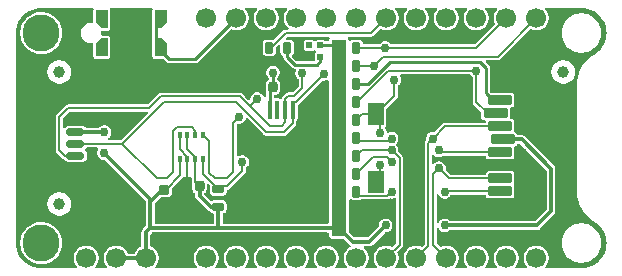
<source format=gbr>
%TF.GenerationSoftware,KiCad,Pcbnew,9.0.3*%
%TF.CreationDate,2025-08-05T15:09:14-04:00*%
%TF.ProjectId,weather-featherwing,77656174-6865-4722-9d66-656174686572,1.4.0*%
%TF.SameCoordinates,Original*%
%TF.FileFunction,Copper,L1,Top*%
%TF.FilePolarity,Positive*%
%FSLAX46Y46*%
G04 Gerber Fmt 4.6, Leading zero omitted, Abs format (unit mm)*
G04 Created by KiCad (PCBNEW 9.0.3) date 2025-08-05 15:09:14*
%MOMM*%
%LPD*%
G01*
G04 APERTURE LIST*
G04 Aperture macros list*
%AMRoundRect*
0 Rectangle with rounded corners*
0 $1 Rounding radius*
0 $2 $3 $4 $5 $6 $7 $8 $9 X,Y pos of 4 corners*
0 Add a 4 corners polygon primitive as box body*
4,1,4,$2,$3,$4,$5,$6,$7,$8,$9,$2,$3,0*
0 Add four circle primitives for the rounded corners*
1,1,$1+$1,$2,$3*
1,1,$1+$1,$4,$5*
1,1,$1+$1,$6,$7*
1,1,$1+$1,$8,$9*
0 Add four rect primitives between the rounded corners*
20,1,$1+$1,$2,$3,$4,$5,0*
20,1,$1+$1,$4,$5,$6,$7,0*
20,1,$1+$1,$6,$7,$8,$9,0*
20,1,$1+$1,$8,$9,$2,$3,0*%
%AMFreePoly0*
4,1,18,-0.500000,0.750000,-0.496194,0.769134,-0.485355,0.785355,-0.469134,0.796194,-0.450000,0.800000,0.450000,0.800000,0.469134,0.796194,0.485355,0.785355,0.496194,0.769134,0.500000,0.750000,0.500000,-0.750000,0.496194,-0.769134,0.485355,-0.785355,0.469134,-0.796194,0.450000,-0.800000,0.000000,-0.800000,-0.500000,-0.300000,-0.500000,0.750000,-0.500000,0.750000,$1*%
%AMFreePoly1*
4,1,18,-0.500000,0.300000,0.000000,0.800000,0.450000,0.800000,0.469134,0.796194,0.485355,0.785355,0.496194,0.769134,0.500000,0.750000,0.500000,-0.750000,0.496194,-0.769134,0.485355,-0.785355,0.469134,-0.796194,0.450000,-0.800000,-0.450000,-0.800000,-0.469134,-0.796194,-0.485355,-0.785355,-0.496194,-0.769134,-0.500000,-0.750000,-0.500000,0.300000,-0.500000,0.300000,$1*%
%AMFreePoly2*
4,1,18,-0.500000,0.750000,-0.496194,0.769134,-0.485355,0.785355,-0.469134,0.796194,-0.450000,0.800000,0.450000,0.800000,0.469134,0.796194,0.485355,0.785355,0.496194,0.769134,0.500000,0.750000,0.500000,-0.300000,0.000000,-0.800000,-0.450000,-0.800000,-0.469134,-0.796194,-0.485355,-0.785355,-0.496194,-0.769134,-0.500000,-0.750000,-0.500000,0.750000,-0.500000,0.750000,$1*%
%AMFreePoly3*
4,1,18,-0.500000,0.750000,-0.496194,0.769134,-0.485355,0.785355,-0.469134,0.796194,-0.450000,0.800000,0.000000,0.800000,0.500000,0.300000,0.500000,-0.750000,0.496194,-0.769134,0.485355,-0.785355,0.469134,-0.796194,0.450000,-0.800000,-0.450000,-0.800000,-0.469134,-0.796194,-0.485355,-0.785355,-0.496194,-0.769134,-0.500000,-0.750000,-0.500000,0.750000,-0.500000,0.750000,$1*%
G04 Aperture macros list end*
%TA.AperFunction,SMDPad,CuDef*%
%ADD10RoundRect,0.050000X0.225000X-0.225000X0.225000X0.225000X-0.225000X0.225000X-0.225000X-0.225000X0*%
%TD*%
%TA.AperFunction,SMDPad,CuDef*%
%ADD11RoundRect,0.187500X-0.187500X-0.312500X0.187500X-0.312500X0.187500X0.312500X-0.187500X0.312500X0*%
%TD*%
%TA.AperFunction,SMDPad,CuDef*%
%ADD12RoundRect,0.050000X0.950000X-0.350000X0.950000X0.350000X-0.950000X0.350000X-0.950000X-0.350000X0*%
%TD*%
%TA.AperFunction,SMDPad,CuDef*%
%ADD13RoundRect,0.050000X0.650000X-0.850000X0.650000X0.850000X-0.650000X0.850000X-0.650000X-0.850000X0*%
%TD*%
%TA.AperFunction,SMDPad,CuDef*%
%ADD14RoundRect,0.050000X0.900000X-0.650000X0.900000X0.650000X-0.900000X0.650000X-0.900000X-0.650000X0*%
%TD*%
%TA.AperFunction,SMDPad,CuDef*%
%ADD15RoundRect,0.200000X-0.200000X-0.250000X0.200000X-0.250000X0.200000X0.250000X-0.200000X0.250000X0*%
%TD*%
%TA.AperFunction,SMDPad,CuDef*%
%ADD16RoundRect,0.200000X0.200000X0.250000X-0.200000X0.250000X-0.200000X-0.250000X0.200000X-0.250000X0*%
%TD*%
%TA.AperFunction,SMDPad,CuDef*%
%ADD17FreePoly0,180.000000*%
%TD*%
%TA.AperFunction,SMDPad,CuDef*%
%ADD18FreePoly1,180.000000*%
%TD*%
%TA.AperFunction,SMDPad,CuDef*%
%ADD19RoundRect,0.050000X0.450000X0.750000X-0.450000X0.750000X-0.450000X-0.750000X0.450000X-0.750000X0*%
%TD*%
%TA.AperFunction,SMDPad,CuDef*%
%ADD20FreePoly2,180.000000*%
%TD*%
%TA.AperFunction,SMDPad,CuDef*%
%ADD21FreePoly3,180.000000*%
%TD*%
%TA.AperFunction,SMDPad,CuDef*%
%ADD22RoundRect,0.150000X-0.625000X0.150000X-0.625000X-0.150000X0.625000X-0.150000X0.625000X0.150000X0*%
%TD*%
%TA.AperFunction,SMDPad,CuDef*%
%ADD23RoundRect,0.250000X-0.650000X0.350000X-0.650000X-0.350000X0.650000X-0.350000X0.650000X0.350000X0*%
%TD*%
%TA.AperFunction,SMDPad,CuDef*%
%ADD24RoundRect,0.100000X0.100000X-0.675000X0.100000X0.675000X-0.100000X0.675000X-0.100000X-0.675000X0*%
%TD*%
%TA.AperFunction,SMDPad,CuDef*%
%ADD25C,1.000000*%
%TD*%
%TA.AperFunction,ComponentPad*%
%ADD26C,3.140000*%
%TD*%
%TA.AperFunction,SMDPad,CuDef*%
%ADD27RoundRect,0.035000X0.140000X-0.215000X0.140000X0.215000X-0.140000X0.215000X-0.140000X-0.215000X0*%
%TD*%
%TA.AperFunction,SMDPad,CuDef*%
%ADD28RoundRect,0.200000X-0.250000X0.200000X-0.250000X-0.200000X0.250000X-0.200000X0.250000X0.200000X0*%
%TD*%
%TA.AperFunction,SMDPad,CuDef*%
%ADD29RoundRect,0.187500X0.312500X-0.187500X0.312500X0.187500X-0.312500X0.187500X-0.312500X-0.187500X0*%
%TD*%
%TA.AperFunction,ComponentPad*%
%ADD30C,1.700000*%
%TD*%
%TA.AperFunction,ViaPad*%
%ADD31C,0.750000*%
%TD*%
%TA.AperFunction,Conductor*%
%ADD32C,0.200000*%
%TD*%
%TA.AperFunction,Conductor*%
%ADD33C,0.250000*%
%TD*%
%TA.AperFunction,Conductor*%
%ADD34C,0.350000*%
%TD*%
G04 APERTURE END LIST*
D10*
%TO.P,D1,1,DIN*%
%TO.N,Net-(D1-DIN)*%
X140475000Y-101055000D03*
%TO.P,D1,2,VDD*%
%TO.N,+3V3*%
X140475000Y-100105000D03*
%TO.P,D1,3,DOUT*%
%TO.N,unconnected-(D1-DOUT-Pad3)*%
X139525000Y-100105000D03*
%TO.P,D1,4,GND*%
%TO.N,VSS*%
X139525000Y-101055000D03*
%TD*%
D11*
%TO.P,R3,1*%
%TO.N,+3V3*%
X142000000Y-111000000D03*
%TO.P,R3,2*%
%TO.N,/MISO*%
X143500000Y-111000000D03*
%TD*%
D12*
%TO.P,J3,1,DAT2*%
%TO.N,/DAT2*%
X155700000Y-104765000D03*
%TO.P,J3,2,DAT3/CD*%
%TO.N,/CS_SD*%
X155300000Y-105865000D03*
%TO.P,J3,3,CMD*%
%TO.N,/MOSI*%
X155700000Y-106965000D03*
%TO.P,J3,4,VDD*%
%TO.N,+3V3*%
X155900000Y-108065000D03*
%TO.P,J3,5,CLK*%
%TO.N,/SCK*%
X155700000Y-109165000D03*
%TO.P,J3,6,VSS*%
%TO.N,VSS*%
X155900000Y-110265000D03*
%TO.P,J3,7,DAT0*%
%TO.N,/MISO*%
X155700000Y-111365000D03*
%TO.P,J3,8,DAT1*%
%TO.N,/DAT1*%
X155700000Y-112465000D03*
D13*
%TO.P,J3,9,DET*%
%TO.N,/CD*%
X145150000Y-111655000D03*
X145150000Y-105955000D03*
D14*
%TO.P,J3,10,SHIELD*%
%TO.N,VSS*%
X158300000Y-113255000D03*
X159300000Y-100105000D03*
%TD*%
D15*
%TO.P,C5,1*%
%TO.N,+3V3*%
X136460000Y-103632000D03*
%TO.P,C5,2*%
%TO.N,VSS*%
X137860000Y-103632000D03*
%TD*%
D16*
%TO.P,C3,1*%
%TO.N,+3V3*%
X130240000Y-112014000D03*
%TO.P,C3,2*%
%TO.N,VSS*%
X128840000Y-112014000D03*
%TD*%
D11*
%TO.P,R6,1*%
%TO.N,+3V3*%
X142000000Y-104900000D03*
%TO.P,R6,2*%
%TO.N,/CS_SD*%
X143500000Y-104900000D03*
%TD*%
D15*
%TO.P,C1,1*%
%TO.N,+3V3*%
X142050000Y-115575000D03*
%TO.P,C1,2*%
%TO.N,VSS*%
X143450000Y-115575000D03*
%TD*%
D11*
%TO.P,R5,1*%
%TO.N,+3V3*%
X142000000Y-107950000D03*
%TO.P,R5,2*%
%TO.N,/MOSI*%
X143500000Y-107950000D03*
%TD*%
D17*
%TO.P,SW1,1,A*%
%TO.N,/EN*%
X126950000Y-100275000D03*
D18*
X126950000Y-97875000D03*
D19*
%TO.P,SW1,2,B*%
%TO.N,VSS*%
X124450000Y-100275000D03*
X124450000Y-97875000D03*
D20*
%TO.P,SW1,3,C*%
%TO.N,unconnected-(SW1-C-Pad3)*%
X121950000Y-100275000D03*
D21*
%TO.N,unconnected-(SW1-C-Pad3)_1*%
X121950000Y-97875000D03*
%TD*%
D22*
%TO.P,J4,1,GND*%
%TO.N,VSS*%
X119730400Y-106450000D03*
%TO.P,J4,2,+3V3*%
%TO.N,+3V3*%
X119730400Y-107450000D03*
%TO.P,J4,3,SDA*%
%TO.N,/SDA*%
X119730400Y-108450000D03*
%TO.P,J4,4,SCL*%
%TO.N,/SCL*%
X119730400Y-109450000D03*
D23*
%TO.P,J4,MP,Shield*%
%TO.N,VSS*%
X115855400Y-105150000D03*
X115855400Y-110750000D03*
%TD*%
D11*
%TO.P,R1,1*%
%TO.N,+3V3*%
X142000000Y-106425000D03*
%TO.P,R1,2*%
%TO.N,/CD*%
X143500000Y-106425000D03*
%TD*%
D24*
%TO.P,U2,1,E0*%
%TO.N,VSS*%
X136185000Y-111358000D03*
%TO.P,U2,2,E1*%
X136835000Y-111358000D03*
%TO.P,U2,3,E2*%
X137485000Y-111358000D03*
%TO.P,U2,4,VSS*%
X138135000Y-111358000D03*
%TO.P,U2,5,SDA*%
%TO.N,/SDA*%
X138135000Y-105558000D03*
%TO.P,U2,6,SCL*%
%TO.N,/SCL*%
X137485000Y-105558000D03*
%TO.P,U2,7,~{WC}*%
%TO.N,unconnected-(U2-~{WC}-Pad7)*%
X136835000Y-105558000D03*
%TO.P,U2,8,VCC*%
%TO.N,+3V3*%
X136185000Y-105558000D03*
%TD*%
D25*
%TO.P,FID1,*%
%TO.N,*%
X161036000Y-102362000D03*
%TD*%
D26*
%TO.P,H1,*%
%TO.N,*%
X116840000Y-99060000D03*
%TD*%
D11*
%TO.P,R11,1*%
%TO.N,/NP_DIN*%
X136156000Y-100325000D03*
%TO.P,R11,2*%
%TO.N,Net-(D1-DIN)*%
X137656000Y-100325000D03*
%TD*%
D15*
%TO.P,C2,1*%
%TO.N,+3V3*%
X142050000Y-114050000D03*
%TO.P,C2,2*%
%TO.N,VSS*%
X143450000Y-114050000D03*
%TD*%
D11*
%TO.P,R7,1*%
%TO.N,+3V3*%
X142000000Y-103375000D03*
%TO.P,R7,2*%
%TO.N,/DAT2*%
X143500000Y-103375000D03*
%TD*%
D25*
%TO.P,FID3,*%
%TO.N,*%
X118364000Y-102362000D03*
%TD*%
%TO.P,FID2,*%
%TO.N,*%
X118364000Y-113538000D03*
%TD*%
D11*
%TO.P,R2,1*%
%TO.N,+3V3*%
X142000000Y-112525000D03*
%TO.P,R2,2*%
%TO.N,/DAT1*%
X143500000Y-112525000D03*
%TD*%
D27*
%TO.P,U1,1,GND*%
%TO.N,VSS*%
X128565000Y-107687000D03*
%TO.P,U1,2,CSB*%
%TO.N,+3V3*%
X129215000Y-107687000D03*
%TO.P,U1,3,SDI*%
%TO.N,/SDA*%
X129865000Y-107687000D03*
%TO.P,U1,4,SCK*%
%TO.N,/SCL*%
X130515000Y-107687000D03*
%TO.P,U1,5,SDO*%
%TO.N,/ADDR*%
X130515000Y-109737000D03*
%TO.P,U1,6,VDDIO*%
%TO.N,+3V3*%
X129865000Y-109737000D03*
%TO.P,U1,7,GND*%
%TO.N,VSS*%
X129215000Y-109737000D03*
%TO.P,U1,8,VDD*%
%TO.N,+3V3*%
X128565000Y-109737000D03*
%TD*%
D11*
%TO.P,R4,1*%
%TO.N,+3V3*%
X142000000Y-109475000D03*
%TO.P,R4,2*%
%TO.N,/SCK*%
X143500000Y-109475000D03*
%TD*%
D28*
%TO.P,C4,1*%
%TO.N,+3V3*%
X127254000Y-112330000D03*
%TO.P,C4,2*%
%TO.N,VSS*%
X127254000Y-113730000D03*
%TD*%
D11*
%TO.P,R8,1*%
%TO.N,+3V3*%
X142000000Y-101850000D03*
%TO.P,R8,2*%
%TO.N,/SDA*%
X143500000Y-101850000D03*
%TD*%
D26*
%TO.P,H2,*%
%TO.N,*%
X116840000Y-116840000D03*
%TD*%
D29*
%TO.P,R10,1*%
%TO.N,+3V3*%
X131826000Y-113780000D03*
%TO.P,R10,2*%
%TO.N,/ADDR*%
X131826000Y-112280000D03*
%TD*%
D11*
%TO.P,R9,1*%
%TO.N,+3V3*%
X142000000Y-100325000D03*
%TO.P,R9,2*%
%TO.N,/SCL*%
X143500000Y-100325000D03*
%TD*%
D30*
%TO.P,J1,17,Pin_17*%
%TO.N,/SDA*%
X158750000Y-97790000D03*
%TO.P,J1,18,Pin_18*%
%TO.N,/SCL*%
X156210000Y-97790000D03*
%TO.P,J1,19,Pin_19*%
%TO.N,/CS_SD*%
X153670000Y-97790000D03*
%TO.P,J1,20,Pin_20*%
%TO.N,/CD*%
X151130000Y-97790000D03*
%TO.P,J1,21,Pin_21*%
%TO.N,/D9*%
X148590000Y-97790000D03*
%TO.P,J1,22,Pin_22*%
%TO.N,/NP_DIN*%
X146050000Y-97790000D03*
%TO.P,J1,23,3*%
%TO.N,/D11*%
X143510000Y-97790000D03*
%TO.P,J1,24,Pin_24*%
%TO.N,/D12*%
X140970000Y-97790000D03*
%TO.P,J1,25,Pin_25*%
%TO.N,/D13*%
X138430000Y-97790000D03*
%TO.P,J1,26,Pin_26*%
%TO.N,/USB*%
X135890000Y-97790000D03*
%TO.P,J1,27,Pin_27*%
%TO.N,/EN*%
X133350000Y-97790000D03*
%TO.P,J1,28,Pin_28*%
%TO.N,/BAT*%
X130810000Y-97790000D03*
%TD*%
%TO.P,J2,1,Pin_1*%
%TO.N,/RST*%
X120650000Y-118110000D03*
%TO.P,J2,2,Pin_2*%
%TO.N,+3V3*%
X123190000Y-118110000D03*
%TO.P,J2,3,Pin_3*%
X125730000Y-118110000D03*
%TO.P,J2,4,Pin_4*%
%TO.N,VSS*%
X128270000Y-118110000D03*
%TO.P,J2,5,Pin_5*%
%TO.N,/A0*%
X130810000Y-118110000D03*
%TO.P,J2,6,Pin_6*%
%TO.N,/A1*%
X133350000Y-118110000D03*
%TO.P,J2,7,Pin_7*%
%TO.N,/A2*%
X135890000Y-118110000D03*
%TO.P,J2,8,Pin_8*%
%TO.N,/A3*%
X138430000Y-118110000D03*
%TO.P,J2,9,Pin_9*%
%TO.N,/A4*%
X140970000Y-118110000D03*
%TO.P,J2,10,Pin_10*%
%TO.N,/A5*%
X143510000Y-118110000D03*
%TO.P,J2,11,Pin_11*%
%TO.N,/SCK*%
X146050000Y-118110000D03*
%TO.P,J2,12,Pin_12*%
%TO.N,/MOSI*%
X148590000Y-118110000D03*
%TO.P,J2,13,Pin_13*%
%TO.N,/MISO*%
X151130000Y-118110000D03*
%TO.P,J2,14,Pin_14*%
%TO.N,/RX*%
X153670000Y-118110000D03*
%TO.P,J2,15,Pin_15*%
%TO.N,/TX*%
X156210000Y-118110000D03*
%TO.P,J2,16,Pin_16*%
%TO.N,/DBG*%
X158750000Y-118110000D03*
%TD*%
D31*
%TO.N,+3V3*%
X146000000Y-115350000D03*
X151000000Y-115350000D03*
X136460000Y-102412800D03*
X122174000Y-107467400D03*
X122174000Y-109220000D03*
%TO.N,/SCK*%
X150500000Y-109000000D03*
X146500000Y-109000000D03*
%TO.N,/MOSI*%
X150000000Y-108000000D03*
X146500000Y-108000000D03*
%TO.N,/MISO*%
X150500000Y-110500000D03*
X146500000Y-110000000D03*
%TO.N,/CS_SD*%
X153670000Y-102250000D03*
%TO.N,VSS*%
X149860000Y-106045000D03*
X137160000Y-112776000D03*
X152400000Y-114300000D03*
X116840000Y-106680000D03*
X139700000Y-109220000D03*
X157480000Y-104140000D03*
X119380000Y-116840000D03*
X139700000Y-104902000D03*
X123190000Y-102870000D03*
X119380000Y-104140000D03*
X119380000Y-111760000D03*
X124460000Y-114300000D03*
X160020000Y-104140000D03*
X121920000Y-114300000D03*
X133350000Y-100330000D03*
X134620000Y-114300000D03*
X124460000Y-104140000D03*
X116840000Y-109220000D03*
X139700000Y-114300000D03*
X121920000Y-104140000D03*
X152400000Y-110490000D03*
X138684000Y-100965000D03*
X157607000Y-111760000D03*
X139700000Y-111760000D03*
X154940000Y-114300000D03*
X128270000Y-102870000D03*
X159258000Y-101473000D03*
X124460000Y-106680000D03*
X160020000Y-106680000D03*
X137160000Y-114300000D03*
X157480000Y-106680000D03*
X137160000Y-109220000D03*
X157607000Y-109220000D03*
X124460000Y-101600000D03*
X137860000Y-102412800D03*
X124460000Y-116840000D03*
X121920000Y-111760000D03*
X121920000Y-116840000D03*
X152400000Y-116840000D03*
X152400000Y-99060000D03*
X134620000Y-111760000D03*
X116840000Y-111760000D03*
X125730000Y-102870000D03*
X127000000Y-116840000D03*
X157607000Y-100203000D03*
X152400000Y-104140000D03*
X116840000Y-101600000D03*
X160020000Y-109220000D03*
X130810000Y-102870000D03*
X129540000Y-114300000D03*
X157480000Y-116840000D03*
X146685000Y-106045000D03*
X133350000Y-102870000D03*
X157480000Y-101600000D03*
X120650000Y-102870000D03*
X116840000Y-104140000D03*
X128828800Y-113741200D03*
X129540000Y-116840000D03*
X149860000Y-104140000D03*
X139700000Y-106680000D03*
X154940000Y-116840000D03*
%TO.N,/CD*%
X145500000Y-110250000D03*
X145500000Y-107500000D03*
X146735800Y-103000000D03*
%TO.N,/SDA*%
X145000000Y-101850000D03*
X140741400Y-102539800D03*
%TO.N,/SCL*%
X133604000Y-106172000D03*
X145973800Y-100330000D03*
X138938000Y-102489000D03*
X135128000Y-104648000D03*
%TO.N,/DAT1*%
X151000000Y-112500000D03*
X146500000Y-112500000D03*
%TO.N,/ADDR*%
X133858000Y-109982000D03*
%TD*%
D32*
%TO.N,+3V3*%
X128565000Y-109737000D02*
X128565000Y-111124936D01*
D33*
X136185000Y-105558000D02*
X136185000Y-103907000D01*
X140475000Y-100105000D02*
X141780000Y-100105000D01*
D34*
X144600000Y-116750000D02*
X143225000Y-116750000D01*
D32*
X141750000Y-108200000D02*
X142000000Y-107950000D01*
D34*
X126061400Y-113359000D02*
X127090400Y-112330000D01*
D33*
X141780000Y-100105000D02*
X142000000Y-100325000D01*
D34*
X126060200Y-113106200D02*
X126059000Y-113105000D01*
X143225000Y-116750000D02*
X142050000Y-115575000D01*
D33*
X136460000Y-103632000D02*
X136460000Y-102412800D01*
D34*
X126059000Y-113105000D02*
X126059000Y-113359000D01*
X155900000Y-108065000D02*
X157514075Y-108065000D01*
X131179000Y-113780000D02*
X130240000Y-112841000D01*
X126065200Y-115575000D02*
X126059000Y-115568800D01*
D32*
X142120000Y-100325000D02*
X142000000Y-100325000D01*
D34*
X122156600Y-107450000D02*
X119730400Y-107450000D01*
X131826000Y-113780000D02*
X131826000Y-115575000D01*
X127090400Y-112330000D02*
X127254000Y-112330000D01*
X158800000Y-115350000D02*
X151000000Y-115350000D01*
D32*
X129215000Y-108895000D02*
X129865000Y-109545000D01*
D34*
X126055200Y-115575000D02*
X126065200Y-115575000D01*
D32*
X129865000Y-109737000D02*
X129865000Y-111639000D01*
D34*
X125730000Y-118110000D02*
X125700000Y-118080000D01*
X157514075Y-108065000D02*
X160000000Y-110550925D01*
X126059000Y-113107400D02*
X126060200Y-113106200D01*
X126065200Y-115575000D02*
X131826000Y-115575000D01*
D32*
X127359936Y-112330000D02*
X127254000Y-112330000D01*
D34*
X122174000Y-107467400D02*
X122156600Y-107450000D01*
X160000000Y-114150000D02*
X158800000Y-115350000D01*
X160000000Y-110550925D02*
X160000000Y-114150000D01*
D32*
X129865000Y-109545000D02*
X129865000Y-109737000D01*
X129215000Y-107687000D02*
X129215000Y-108895000D01*
D34*
X131826000Y-113780000D02*
X131179000Y-113780000D01*
X122174000Y-109220000D02*
X126060200Y-113106200D01*
X126059000Y-113359000D02*
X126061400Y-113359000D01*
X125730000Y-118110000D02*
X123190000Y-118110000D01*
D33*
X136185000Y-103907000D02*
X136460000Y-103632000D01*
D32*
X142122500Y-100327500D02*
X142120000Y-100325000D01*
D34*
X125700000Y-115930200D02*
X126055200Y-115575000D01*
D32*
X129865000Y-111639000D02*
X130240000Y-112014000D01*
D34*
X146000000Y-115350000D02*
X144600000Y-116750000D01*
D32*
X141725000Y-109750000D02*
X142000000Y-109475000D01*
D34*
X126059000Y-115568800D02*
X126059000Y-113107400D01*
D32*
X128565000Y-111124936D02*
X127359936Y-112330000D01*
D34*
X125700000Y-118080000D02*
X125700000Y-115930200D01*
X131826000Y-115575000D02*
X142050000Y-115575000D01*
X130240000Y-112841000D02*
X130240000Y-112014000D01*
D33*
%TO.N,Net-(D1-DIN)*%
X138326000Y-101750000D02*
X137656000Y-101080000D01*
X140475000Y-101055000D02*
X140475000Y-101425000D01*
X140475000Y-101425000D02*
X140150000Y-101750000D01*
X140150000Y-101750000D02*
X138326000Y-101750000D01*
X137656000Y-101080000D02*
X137656000Y-100325000D01*
D32*
%TO.N,/SCK*%
X147176000Y-109676000D02*
X146500000Y-109000000D01*
X146050000Y-118110000D02*
X147176000Y-116984000D01*
X150500000Y-109000000D02*
X150665000Y-109165000D01*
X147176000Y-116984000D02*
X147176000Y-109676000D01*
X143975000Y-109000000D02*
X143500000Y-109475000D01*
X146500000Y-109000000D02*
X143975000Y-109000000D01*
X150665000Y-109165000D02*
X155700000Y-109165000D01*
%TO.N,/MOSI*%
X155700000Y-106965000D02*
X151035000Y-106965000D01*
X146324000Y-108176000D02*
X146500000Y-108000000D01*
X143500000Y-107950000D02*
X143726000Y-108176000D01*
X149606000Y-108394000D02*
X149606000Y-117094000D01*
X150000000Y-108000000D02*
X149606000Y-108394000D01*
X143726000Y-108176000D02*
X146324000Y-108176000D01*
X149606000Y-117094000D02*
X148590000Y-118110000D01*
X151035000Y-106965000D02*
X150000000Y-108000000D01*
%TO.N,/MISO*%
X146074000Y-109574000D02*
X144926000Y-109574000D01*
X144926000Y-109574000D02*
X143500000Y-111000000D01*
X150500000Y-110500000D02*
X150007000Y-110993000D01*
X150007000Y-116987000D02*
X151130000Y-118110000D01*
X150007000Y-110993000D02*
X150007000Y-116987000D01*
X151365000Y-111365000D02*
X155700000Y-111365000D01*
X146500000Y-110000000D02*
X146074000Y-109574000D01*
X150500000Y-110500000D02*
X151365000Y-111365000D01*
D33*
%TO.N,/DAT2*%
X154500000Y-102000000D02*
X154000000Y-101500000D01*
X154500000Y-104150000D02*
X154500000Y-102000000D01*
X146370682Y-101500000D02*
X144495682Y-103375000D01*
X155115000Y-104765000D02*
X154500000Y-104150000D01*
X154000000Y-101500000D02*
X146370682Y-101500000D01*
X155700000Y-104765000D02*
X155115000Y-104765000D01*
X144495682Y-103375000D02*
X143500000Y-103375000D01*
D32*
%TO.N,/CS_SD*%
X153670000Y-102250000D02*
X146223136Y-102250000D01*
X143573136Y-104900000D02*
X143500000Y-104900000D01*
X154633000Y-105865000D02*
X155300000Y-105865000D01*
X153670000Y-104902000D02*
X154633000Y-105865000D01*
X146223136Y-102250000D02*
X143573136Y-104900000D01*
X153670000Y-102250000D02*
X153670000Y-104902000D01*
%TO.N,VSS*%
X128565000Y-108892700D02*
X129215000Y-109542700D01*
X128565000Y-107687000D02*
X128565000Y-108892700D01*
X129215000Y-111639000D02*
X128840000Y-112014000D01*
X129215000Y-109542700D02*
X129215000Y-109737000D01*
X129215000Y-109737000D02*
X129215000Y-111639000D01*
%TO.N,/CD*%
X146735800Y-103000000D02*
X146735800Y-104369200D01*
X145500000Y-111305000D02*
X145150000Y-111655000D01*
X144975000Y-105575000D02*
X145150000Y-105750000D01*
X145161000Y-105966000D02*
X145150000Y-105955000D01*
X145150000Y-105750000D02*
X145150000Y-105955000D01*
X145150000Y-105955000D02*
X143970000Y-105955000D01*
X145500000Y-110250000D02*
X145500000Y-111305000D01*
X145500000Y-106305000D02*
X145500000Y-107500000D01*
X143970000Y-105955000D02*
X143500000Y-106425000D01*
X145150000Y-105955000D02*
X145500000Y-106305000D01*
X146735800Y-104369200D02*
X145150000Y-105955000D01*
%TO.N,/SDA*%
X129865000Y-107687000D02*
X129865000Y-107335200D01*
X138379200Y-104902000D02*
X138226800Y-104902000D01*
X126635000Y-111379000D02*
X123706000Y-108450000D01*
X127508000Y-111379000D02*
X126635000Y-111379000D01*
X133350000Y-104902000D02*
X127254000Y-104902000D01*
X137414000Y-107442000D02*
X135890000Y-107442000D01*
X158750000Y-97790000D02*
X155473400Y-101066600D01*
X138135000Y-106721000D02*
X137414000Y-107442000D01*
X138135000Y-104993800D02*
X138135000Y-105558000D01*
X128016000Y-107365800D02*
X128016000Y-110871000D01*
X135890000Y-107442000D02*
X133350000Y-104902000D01*
X138226800Y-104902000D02*
X138135000Y-104993800D01*
X129865000Y-107335200D02*
X129590800Y-107061000D01*
X129590800Y-107061000D02*
X128320800Y-107061000D01*
X128016000Y-110871000D02*
X127508000Y-111379000D01*
X145000000Y-101850000D02*
X143500000Y-101850000D01*
X128320800Y-107061000D02*
X128016000Y-107365800D01*
X140741400Y-102539800D02*
X138379200Y-104902000D01*
X138135000Y-105558000D02*
X138135000Y-106721000D01*
X127254000Y-104902000D02*
X123706000Y-108450000D01*
X123706000Y-108450000D02*
X119730400Y-108450000D01*
X145783400Y-101066600D02*
X145000000Y-101850000D01*
X155473400Y-101066600D02*
X145783400Y-101066600D01*
%TO.N,/SCL*%
X137769600Y-104394000D02*
X137485000Y-104678600D01*
X138938000Y-103733600D02*
X138277600Y-104394000D01*
X135128000Y-104648000D02*
X134505700Y-105270300D01*
X138277600Y-104394000D02*
X137769600Y-104394000D01*
X125984000Y-105410000D02*
X119126000Y-105410000D01*
X118848000Y-109450000D02*
X119730400Y-109450000D01*
X118364000Y-106172000D02*
X118364000Y-108966000D01*
X136169400Y-106934000D02*
X134505700Y-105270300D01*
X126974600Y-104419400D02*
X125984000Y-105410000D01*
X137485000Y-105558000D02*
X137485000Y-106634400D01*
X132588000Y-111379000D02*
X131546600Y-111379000D01*
X131064000Y-110896400D02*
X131064000Y-108236000D01*
X118364000Y-108966000D02*
X118848000Y-109450000D01*
X137485000Y-106634400D02*
X137185400Y-106934000D01*
X134505700Y-105270300D02*
X133654800Y-104419400D01*
X133096000Y-106680000D02*
X133096000Y-110871000D01*
X145973800Y-100330000D02*
X153670000Y-100330000D01*
X145973800Y-100330000D02*
X143505000Y-100330000D01*
X133604000Y-106172000D02*
X133096000Y-106680000D01*
X153670000Y-100330000D02*
X156210000Y-97790000D01*
X131064000Y-108236000D02*
X130515000Y-107687000D01*
X133654800Y-104419400D02*
X126974600Y-104419400D01*
X143505000Y-100330000D02*
X143500000Y-100325000D01*
X119126000Y-105410000D02*
X118364000Y-106172000D01*
X137485000Y-104678600D02*
X137485000Y-105558000D01*
X137185400Y-106934000D02*
X136169400Y-106934000D01*
X138938000Y-102489000D02*
X138938000Y-103733600D01*
X133096000Y-110871000D02*
X132588000Y-111379000D01*
X131546600Y-111379000D02*
X131064000Y-110896400D01*
%TO.N,/NP_DIN*%
X144765000Y-99075000D02*
X137524500Y-99075000D01*
X136274500Y-100325000D02*
X136156000Y-100325000D01*
X137524500Y-99075000D02*
X136274500Y-100325000D01*
X146050000Y-97790000D02*
X144765000Y-99075000D01*
D33*
%TO.N,/EN*%
X126950000Y-100575000D02*
X126950000Y-100275000D01*
X126950000Y-97875000D02*
X126575000Y-98250000D01*
X129838000Y-101302000D02*
X127677000Y-101302000D01*
X127677000Y-101302000D02*
X126950000Y-100575000D01*
X126575000Y-99900000D02*
X126950000Y-100275000D01*
X133350000Y-97790000D02*
X129838000Y-101302000D01*
X126575000Y-98250000D02*
X126575000Y-99900000D01*
D32*
%TO.N,/DAT1*%
X143831000Y-112856000D02*
X143500000Y-112525000D01*
X146500000Y-112500000D02*
X146144000Y-112856000D01*
X146144000Y-112856000D02*
X143831000Y-112856000D01*
X151035000Y-112465000D02*
X155700000Y-112465000D01*
X151000000Y-112500000D02*
X151035000Y-112465000D01*
%TO.N,/ADDR*%
X132588000Y-112014000D02*
X133858000Y-110744000D01*
X130515000Y-110969000D02*
X131826000Y-112280000D01*
X132207000Y-112014000D02*
X132588000Y-112014000D01*
X131941000Y-112280000D02*
X132207000Y-112014000D01*
X133858000Y-110744000D02*
X133858000Y-109982000D01*
X130515000Y-109737000D02*
X130515000Y-110969000D01*
X131826000Y-112280000D02*
X131941000Y-112280000D01*
%TD*%
%TA.AperFunction,Conductor*%
%TO.N,+3V3*%
G36*
X142593039Y-99644685D02*
G01*
X142638794Y-99697489D01*
X142650000Y-99749000D01*
X142650000Y-116101000D01*
X142630315Y-116168039D01*
X142577511Y-116213794D01*
X142526000Y-116225000D01*
X141549000Y-116225000D01*
X141481961Y-116205315D01*
X141436206Y-116152511D01*
X141425000Y-116101000D01*
X141425000Y-99749000D01*
X141444685Y-99681961D01*
X141497489Y-99636206D01*
X141549000Y-99625000D01*
X142526000Y-99625000D01*
X142593039Y-99644685D01*
G37*
%TD.AperFunction*%
%TD*%
%TA.AperFunction,Conductor*%
%TO.N,VSS*%
G36*
X121222829Y-96939407D02*
G01*
X121258793Y-96988907D01*
X121261735Y-97038813D01*
X121253290Y-97081273D01*
X121249500Y-97100325D01*
X121249500Y-98126888D01*
X121230593Y-98185079D01*
X121181093Y-98221043D01*
X121138750Y-98223545D01*
X121138610Y-98224977D01*
X121133768Y-98224500D01*
X121133767Y-98224500D01*
X120966233Y-98224500D01*
X120966230Y-98224500D01*
X120801920Y-98257183D01*
X120801914Y-98257185D01*
X120647137Y-98321296D01*
X120507838Y-98414374D01*
X120507834Y-98414377D01*
X120389377Y-98532834D01*
X120389374Y-98532838D01*
X120296296Y-98672137D01*
X120232185Y-98826914D01*
X120232183Y-98826920D01*
X120199500Y-98991230D01*
X120199500Y-99158769D01*
X120232183Y-99323079D01*
X120232185Y-99323085D01*
X120296296Y-99477862D01*
X120317778Y-99510012D01*
X120389374Y-99617162D01*
X120507838Y-99735626D01*
X120647137Y-99828703D01*
X120801918Y-99892816D01*
X120966233Y-99925500D01*
X120966234Y-99925500D01*
X121133766Y-99925500D01*
X121133767Y-99925500D01*
X121133767Y-99925499D01*
X121138611Y-99925023D01*
X121138797Y-99926919D01*
X121191924Y-99933194D01*
X121236865Y-99974715D01*
X121249500Y-100023111D01*
X121249500Y-101049672D01*
X121249501Y-101049684D01*
X121264033Y-101122736D01*
X121264035Y-101122742D01*
X121319397Y-101205599D01*
X121319400Y-101205602D01*
X121385673Y-101249883D01*
X121402260Y-101260966D01*
X121457808Y-101272015D01*
X121475315Y-101275498D01*
X121475320Y-101275498D01*
X121475326Y-101275500D01*
X121475327Y-101275500D01*
X122424673Y-101275500D01*
X122424674Y-101275500D01*
X122497740Y-101260966D01*
X122580601Y-101205601D01*
X122635966Y-101122740D01*
X122650500Y-101049674D01*
X122650500Y-99500326D01*
X122649173Y-99493657D01*
X122646032Y-99477863D01*
X122635966Y-99427260D01*
X122614015Y-99394407D01*
X122580602Y-99344400D01*
X122580599Y-99344397D01*
X122497742Y-99289035D01*
X122497740Y-99289034D01*
X122497737Y-99289033D01*
X122497736Y-99289033D01*
X122424684Y-99274501D01*
X122424674Y-99274500D01*
X122424673Y-99274500D01*
X121998112Y-99274500D01*
X121939921Y-99255593D01*
X121903957Y-99206093D01*
X121901456Y-99163752D01*
X121900023Y-99163611D01*
X121900500Y-99158765D01*
X121900500Y-98991234D01*
X121900023Y-98986389D01*
X121901910Y-98986203D01*
X121908213Y-98933036D01*
X121949754Y-98888114D01*
X121998112Y-98875500D01*
X122424673Y-98875500D01*
X122424674Y-98875500D01*
X122497740Y-98860966D01*
X122580601Y-98805601D01*
X122635966Y-98722740D01*
X122650500Y-98649674D01*
X122650500Y-97100326D01*
X122638264Y-97038813D01*
X122645455Y-96978054D01*
X122686988Y-96933123D01*
X122735362Y-96920500D01*
X126164638Y-96920500D01*
X126222829Y-96939407D01*
X126258793Y-96988907D01*
X126261735Y-97038813D01*
X126253290Y-97081273D01*
X126249500Y-97100325D01*
X126249500Y-101049672D01*
X126249501Y-101049684D01*
X126264033Y-101122736D01*
X126264035Y-101122742D01*
X126319397Y-101205599D01*
X126319400Y-101205602D01*
X126385673Y-101249883D01*
X126402260Y-101260966D01*
X126457808Y-101272015D01*
X126475315Y-101275498D01*
X126475320Y-101275498D01*
X126475326Y-101275500D01*
X127149165Y-101275500D01*
X127207356Y-101294407D01*
X127219168Y-101304496D01*
X127477137Y-101562464D01*
X127477142Y-101562468D01*
X127551357Y-101605316D01*
X127551355Y-101605316D01*
X127551359Y-101605317D01*
X127551361Y-101605318D01*
X127634147Y-101627500D01*
X127634149Y-101627500D01*
X129880851Y-101627500D01*
X129880853Y-101627500D01*
X129963639Y-101605318D01*
X129963641Y-101605316D01*
X129963643Y-101605316D01*
X130037857Y-101562468D01*
X130037857Y-101562467D01*
X130037862Y-101562465D01*
X132824709Y-98775616D01*
X132879224Y-98747841D01*
X132932593Y-98754157D01*
X133043580Y-98800130D01*
X133246535Y-98840500D01*
X133246536Y-98840500D01*
X133453464Y-98840500D01*
X133453465Y-98840500D01*
X133656420Y-98800130D01*
X133847598Y-98720941D01*
X134019655Y-98605977D01*
X134165977Y-98459655D01*
X134280941Y-98287598D01*
X134360130Y-98096420D01*
X134400500Y-97893465D01*
X134400500Y-97686535D01*
X134360130Y-97483580D01*
X134280941Y-97292402D01*
X134165977Y-97120345D01*
X134135133Y-97089501D01*
X134107358Y-97034987D01*
X134116929Y-96974555D01*
X134160194Y-96931290D01*
X134205139Y-96920500D01*
X135034861Y-96920500D01*
X135093052Y-96939407D01*
X135129016Y-96988907D01*
X135129016Y-97050093D01*
X135104866Y-97089501D01*
X135074023Y-97120345D01*
X135074020Y-97120348D01*
X134959058Y-97292402D01*
X134879869Y-97483581D01*
X134839500Y-97686532D01*
X134839500Y-97893467D01*
X134879869Y-98096418D01*
X134959058Y-98287597D01*
X135043767Y-98414374D01*
X135074023Y-98459655D01*
X135220345Y-98605977D01*
X135392402Y-98720941D01*
X135583580Y-98800130D01*
X135786535Y-98840500D01*
X135786536Y-98840500D01*
X135993464Y-98840500D01*
X135993465Y-98840500D01*
X136196420Y-98800130D01*
X136387598Y-98720941D01*
X136559655Y-98605977D01*
X136705977Y-98459655D01*
X136820941Y-98287598D01*
X136900130Y-98096420D01*
X136940500Y-97893465D01*
X136940500Y-97686535D01*
X136900130Y-97483580D01*
X136820941Y-97292402D01*
X136705977Y-97120345D01*
X136675133Y-97089501D01*
X136647358Y-97034987D01*
X136656929Y-96974555D01*
X136700194Y-96931290D01*
X136745139Y-96920500D01*
X137574861Y-96920500D01*
X137633052Y-96939407D01*
X137669016Y-96988907D01*
X137669016Y-97050093D01*
X137644866Y-97089501D01*
X137614023Y-97120345D01*
X137614020Y-97120348D01*
X137499058Y-97292402D01*
X137419869Y-97483581D01*
X137379500Y-97686532D01*
X137379500Y-97893467D01*
X137419869Y-98096418D01*
X137499058Y-98287597D01*
X137583767Y-98414374D01*
X137614023Y-98459655D01*
X137759866Y-98605498D01*
X137787642Y-98660013D01*
X137778071Y-98720445D01*
X137734806Y-98763710D01*
X137689861Y-98774500D01*
X137484935Y-98774500D01*
X137408512Y-98794978D01*
X137375415Y-98814087D01*
X137375414Y-98814086D01*
X137339988Y-98834540D01*
X136561184Y-99613342D01*
X136506668Y-99641119D01*
X136472849Y-99638456D01*
X136472588Y-99640110D01*
X136464893Y-99638891D01*
X136405608Y-99629501D01*
X136374034Y-99624500D01*
X135937965Y-99624500D01*
X135847107Y-99638891D01*
X135847100Y-99638893D01*
X135737599Y-99694687D01*
X135650687Y-99781599D01*
X135594892Y-99891103D01*
X135594891Y-99891105D01*
X135580500Y-99981965D01*
X135580500Y-100668034D01*
X135594891Y-100758892D01*
X135594893Y-100758899D01*
X135637490Y-100842499D01*
X135650689Y-100868403D01*
X135737597Y-100955311D01*
X135847107Y-101011109D01*
X135937967Y-101025500D01*
X136374032Y-101025499D01*
X136374034Y-101025499D01*
X136393543Y-101022408D01*
X136464893Y-101011109D01*
X136574403Y-100955311D01*
X136661311Y-100868403D01*
X136717109Y-100758893D01*
X136731500Y-100668033D01*
X136731499Y-100333977D01*
X136750406Y-100275787D01*
X136760489Y-100263980D01*
X136911498Y-100112971D01*
X136966013Y-100085196D01*
X137026445Y-100094767D01*
X137069710Y-100138032D01*
X137080500Y-100182977D01*
X137080500Y-100668034D01*
X137094891Y-100758892D01*
X137094893Y-100758899D01*
X137137490Y-100842499D01*
X137150689Y-100868403D01*
X137237597Y-100955311D01*
X137276444Y-100975104D01*
X137319709Y-101018367D01*
X137330500Y-101063314D01*
X137330500Y-101122853D01*
X137341496Y-101163891D01*
X137352683Y-101205643D01*
X137395531Y-101279857D01*
X137395533Y-101279859D01*
X137395535Y-101279862D01*
X138126138Y-102010465D01*
X138126140Y-102010466D01*
X138126142Y-102010468D01*
X138200357Y-102053316D01*
X138200355Y-102053316D01*
X138200359Y-102053317D01*
X138200361Y-102053318D01*
X138283147Y-102075500D01*
X138340730Y-102075500D01*
X138398921Y-102094407D01*
X138434885Y-102143907D01*
X138434885Y-102205093D01*
X138426467Y-102224000D01*
X138401719Y-102266863D01*
X138388107Y-102317665D01*
X138362500Y-102413234D01*
X138362500Y-102564766D01*
X138386366Y-102653835D01*
X138401720Y-102711139D01*
X138477481Y-102842360D01*
X138477483Y-102842362D01*
X138477485Y-102842365D01*
X138584635Y-102949515D01*
X138587994Y-102951454D01*
X138628938Y-102996919D01*
X138637500Y-103037193D01*
X138637500Y-103568121D01*
X138618593Y-103626312D01*
X138608504Y-103638125D01*
X138182125Y-104064504D01*
X138127608Y-104092281D01*
X138112121Y-104093500D01*
X137730035Y-104093500D01*
X137653611Y-104113978D01*
X137609619Y-104139378D01*
X137609618Y-104139378D01*
X137585089Y-104153539D01*
X137244539Y-104494089D01*
X137204978Y-104562611D01*
X137204841Y-104562942D01*
X137204674Y-104563136D01*
X137201734Y-104568230D01*
X137200789Y-104567684D01*
X137165102Y-104609466D01*
X137105607Y-104623746D01*
X137073393Y-104615617D01*
X137004991Y-104585415D01*
X137004990Y-104585414D01*
X137004988Y-104585414D01*
X136979868Y-104582500D01*
X136690140Y-104582500D01*
X136690135Y-104582501D01*
X136665009Y-104585414D01*
X136665007Y-104585415D01*
X136649487Y-104592268D01*
X136644307Y-104592796D01*
X136640093Y-104595858D01*
X136614281Y-104595858D01*
X136588617Y-104598475D01*
X136584116Y-104595858D01*
X136578907Y-104595858D01*
X136558026Y-104580687D01*
X136535724Y-104567719D01*
X136533620Y-104562955D01*
X136529407Y-104559894D01*
X136521431Y-104535348D01*
X136511011Y-104511746D01*
X136510500Y-104501703D01*
X136510500Y-104381499D01*
X136529407Y-104323308D01*
X136578907Y-104287344D01*
X136609500Y-104282499D01*
X136691521Y-104282499D01*
X136691522Y-104282498D01*
X136746926Y-104273724D01*
X136785299Y-104267647D01*
X136785299Y-104267646D01*
X136785304Y-104267646D01*
X136898342Y-104210050D01*
X136988050Y-104120342D01*
X137045646Y-104007304D01*
X137060500Y-103913519D01*
X137060499Y-103350482D01*
X137060498Y-103350478D01*
X137060498Y-103350476D01*
X137045647Y-103256700D01*
X137045646Y-103256698D01*
X137045646Y-103256696D01*
X136988050Y-103143658D01*
X136898342Y-103053950D01*
X136887216Y-103048281D01*
X136843793Y-103026155D01*
X136800530Y-102982890D01*
X136790959Y-102922457D01*
X136818735Y-102867944D01*
X136920515Y-102766165D01*
X136920518Y-102766160D01*
X136996279Y-102634939D01*
X136996279Y-102634937D01*
X136996281Y-102634935D01*
X137035500Y-102488566D01*
X137035500Y-102337034D01*
X136996281Y-102190665D01*
X136996279Y-102190662D01*
X136996279Y-102190660D01*
X136920518Y-102059439D01*
X136920516Y-102059437D01*
X136920515Y-102059435D01*
X136813365Y-101952285D01*
X136813362Y-101952283D01*
X136813360Y-101952281D01*
X136682138Y-101876520D01*
X136682140Y-101876520D01*
X136625347Y-101861303D01*
X136535766Y-101837300D01*
X136384234Y-101837300D01*
X136294652Y-101861303D01*
X136237860Y-101876520D01*
X136106639Y-101952281D01*
X135999481Y-102059439D01*
X135923720Y-102190660D01*
X135901793Y-102272493D01*
X135884500Y-102337034D01*
X135884500Y-102488566D01*
X135905285Y-102566138D01*
X135923720Y-102634939D01*
X135999481Y-102766160D01*
X135999483Y-102766162D01*
X135999485Y-102766165D01*
X136101264Y-102867944D01*
X136129040Y-102922459D01*
X136119469Y-102982891D01*
X136076206Y-103026155D01*
X136021659Y-103053949D01*
X135931949Y-103143659D01*
X135874354Y-103256695D01*
X135859500Y-103350478D01*
X135859500Y-104402453D01*
X135840593Y-104460644D01*
X135791093Y-104496608D01*
X135729907Y-104496608D01*
X135680407Y-104460644D01*
X135664874Y-104428077D01*
X135664281Y-104425865D01*
X135664279Y-104425861D01*
X135588518Y-104294639D01*
X135588516Y-104294637D01*
X135588515Y-104294635D01*
X135481365Y-104187485D01*
X135481362Y-104187483D01*
X135481360Y-104187481D01*
X135350138Y-104111720D01*
X135350140Y-104111720D01*
X135282140Y-104093500D01*
X135203766Y-104072500D01*
X135052234Y-104072500D01*
X134973860Y-104093500D01*
X134905860Y-104111720D01*
X134774639Y-104187481D01*
X134667481Y-104294639D01*
X134591720Y-104425860D01*
X134569793Y-104507693D01*
X134554987Y-104562955D01*
X134552500Y-104572235D01*
X134552500Y-104653121D01*
X134533593Y-104711312D01*
X134484093Y-104747276D01*
X134422907Y-104747276D01*
X134383496Y-104723125D01*
X134121015Y-104460644D01*
X133839311Y-104178940D01*
X133839308Y-104178938D01*
X133770792Y-104139380D01*
X133770788Y-104139378D01*
X133694364Y-104118900D01*
X133694362Y-104118900D01*
X126935038Y-104118900D01*
X126935035Y-104118900D01*
X126858611Y-104139378D01*
X126858607Y-104139380D01*
X126790091Y-104178938D01*
X125888525Y-105080504D01*
X125834008Y-105108281D01*
X125818521Y-105109500D01*
X119165562Y-105109500D01*
X119086438Y-105109500D01*
X119039661Y-105122033D01*
X119010007Y-105129979D01*
X118941493Y-105169536D01*
X118179489Y-105931540D01*
X118179488Y-105931539D01*
X118123539Y-105987489D01*
X118083980Y-106056007D01*
X118083978Y-106056011D01*
X118063500Y-106132435D01*
X118063500Y-109005564D01*
X118083978Y-109081988D01*
X118083979Y-109081990D01*
X118103607Y-109115985D01*
X118103607Y-109115988D01*
X118103608Y-109115988D01*
X118103609Y-109115989D01*
X118123540Y-109150511D01*
X118123542Y-109150513D01*
X118607539Y-109634511D01*
X118663489Y-109690460D01*
X118732007Y-109730019D01*
X118732011Y-109730021D01*
X118742351Y-109732792D01*
X118793665Y-109766116D01*
X118805667Y-109784935D01*
X118816200Y-109806480D01*
X118816201Y-109806481D01*
X118816202Y-109806483D01*
X118898917Y-109889198D01*
X118914130Y-109896635D01*
X119004004Y-109940572D01*
X119004005Y-109940572D01*
X119004007Y-109940573D01*
X119072140Y-109950500D01*
X119072143Y-109950500D01*
X120388657Y-109950500D01*
X120388660Y-109950500D01*
X120456793Y-109940573D01*
X120561883Y-109889198D01*
X120644598Y-109806483D01*
X120695973Y-109701393D01*
X120705900Y-109633260D01*
X120705900Y-109266740D01*
X120695973Y-109198607D01*
X120644598Y-109093517D01*
X120571082Y-109020001D01*
X120564855Y-109007778D01*
X120554769Y-108998478D01*
X120551309Y-108981192D01*
X120543307Y-108965487D01*
X120545453Y-108951936D01*
X120542760Y-108938482D01*
X120549928Y-108923680D01*
X120552878Y-108905055D01*
X120568309Y-108882886D01*
X120569659Y-108881421D01*
X120644598Y-108806483D01*
X120651179Y-108793020D01*
X120660986Y-108782386D01*
X120675662Y-108774143D01*
X120687365Y-108762047D01*
X120705030Y-108757650D01*
X120714334Y-108752426D01*
X120722283Y-108753357D01*
X120733765Y-108750500D01*
X121580195Y-108750500D01*
X121638386Y-108769407D01*
X121674350Y-108818907D01*
X121674350Y-108880093D01*
X121665933Y-108898995D01*
X121614423Y-108988216D01*
X121573500Y-109140943D01*
X121573500Y-109299057D01*
X121614423Y-109451784D01*
X121693480Y-109588716D01*
X121805284Y-109700520D01*
X121942216Y-109779577D01*
X122094943Y-109820500D01*
X122202455Y-109820500D01*
X122260646Y-109839407D01*
X122272459Y-109849496D01*
X125654504Y-113231541D01*
X125682281Y-113286058D01*
X125683500Y-113301545D01*
X125683500Y-115374655D01*
X125664593Y-115432846D01*
X125654509Y-115444653D01*
X125469438Y-115629725D01*
X125469437Y-115629724D01*
X125399524Y-115699638D01*
X125350091Y-115785258D01*
X125350089Y-115785262D01*
X125337294Y-115833010D01*
X125337295Y-115833011D01*
X125331606Y-115854245D01*
X125325918Y-115875474D01*
X125324500Y-115880765D01*
X125324500Y-115880767D01*
X125324500Y-117074760D01*
X125305593Y-117132951D01*
X125263388Y-117166223D01*
X125232403Y-117179057D01*
X125060348Y-117294020D01*
X124914020Y-117440348D01*
X124799058Y-117612402D01*
X124773798Y-117673386D01*
X124734061Y-117719912D01*
X124682334Y-117734500D01*
X124237666Y-117734500D01*
X124179475Y-117715593D01*
X124146202Y-117673386D01*
X124120941Y-117612402D01*
X124005979Y-117440348D01*
X124005977Y-117440345D01*
X123859655Y-117294023D01*
X123859651Y-117294020D01*
X123687597Y-117179058D01*
X123496418Y-117099869D01*
X123293467Y-117059500D01*
X123293465Y-117059500D01*
X123086535Y-117059500D01*
X123086532Y-117059500D01*
X122883581Y-117099869D01*
X122692402Y-117179058D01*
X122520348Y-117294020D01*
X122374020Y-117440348D01*
X122259058Y-117612402D01*
X122179869Y-117803581D01*
X122139500Y-118006532D01*
X122139500Y-118213467D01*
X122179869Y-118416418D01*
X122259058Y-118607597D01*
X122317946Y-118695729D01*
X122374023Y-118779655D01*
X122404866Y-118810498D01*
X122432642Y-118865013D01*
X122423071Y-118925445D01*
X122379806Y-118968710D01*
X122334861Y-118979500D01*
X121505139Y-118979500D01*
X121446948Y-118960593D01*
X121410984Y-118911093D01*
X121410984Y-118849907D01*
X121435133Y-118810498D01*
X121465977Y-118779655D01*
X121580941Y-118607598D01*
X121660130Y-118416420D01*
X121700500Y-118213465D01*
X121700500Y-118006535D01*
X121660130Y-117803580D01*
X121580941Y-117612402D01*
X121465977Y-117440345D01*
X121319655Y-117294023D01*
X121319651Y-117294020D01*
X121147597Y-117179058D01*
X120956418Y-117099869D01*
X120753467Y-117059500D01*
X120753465Y-117059500D01*
X120546535Y-117059500D01*
X120546532Y-117059500D01*
X120343581Y-117099869D01*
X120152402Y-117179058D01*
X119980348Y-117294020D01*
X119834020Y-117440348D01*
X119719058Y-117612402D01*
X119639869Y-117803581D01*
X119599500Y-118006532D01*
X119599500Y-118213467D01*
X119639869Y-118416418D01*
X119719058Y-118607597D01*
X119777946Y-118695729D01*
X119834023Y-118779655D01*
X119864866Y-118810498D01*
X119892642Y-118865013D01*
X119883071Y-118925445D01*
X119839806Y-118968710D01*
X119794861Y-118979500D01*
X116843241Y-118979500D01*
X116836766Y-118979288D01*
X116567216Y-118961620D01*
X116554377Y-118959930D01*
X116292617Y-118907863D01*
X116280109Y-118904511D01*
X116163751Y-118865013D01*
X116027393Y-118818725D01*
X116015429Y-118813770D01*
X115992533Y-118802479D01*
X115776060Y-118695726D01*
X115764862Y-118689261D01*
X115542945Y-118540981D01*
X115532678Y-118533102D01*
X115506904Y-118510499D01*
X115332021Y-118357131D01*
X115322866Y-118347976D01*
X115221114Y-118231950D01*
X115146896Y-118147319D01*
X115139020Y-118137056D01*
X114990735Y-117915132D01*
X114984275Y-117903944D01*
X114866225Y-117664562D01*
X114861276Y-117652614D01*
X114775485Y-117399881D01*
X114772138Y-117387392D01*
X114720068Y-117125617D01*
X114718379Y-117112783D01*
X114717648Y-117101634D01*
X114700712Y-116843234D01*
X114700500Y-116836759D01*
X114700500Y-116723954D01*
X115069500Y-116723954D01*
X115069500Y-116956045D01*
X115099793Y-117186141D01*
X115099793Y-117186146D01*
X115159862Y-117410329D01*
X115248677Y-117624747D01*
X115248680Y-117624752D01*
X115364724Y-117825748D01*
X115364726Y-117825750D01*
X115364728Y-117825754D01*
X115506005Y-118009870D01*
X115506007Y-118009872D01*
X115506011Y-118009877D01*
X115670123Y-118173989D01*
X115670127Y-118173992D01*
X115670129Y-118173994D01*
X115854245Y-118315271D01*
X115854252Y-118315276D01*
X116055248Y-118431320D01*
X116055249Y-118431320D01*
X116055252Y-118431322D01*
X116246402Y-118510499D01*
X116269670Y-118520137D01*
X116493851Y-118580206D01*
X116723955Y-118610500D01*
X116723956Y-118610500D01*
X116956044Y-118610500D01*
X116956045Y-118610500D01*
X117186149Y-118580206D01*
X117410330Y-118520137D01*
X117624752Y-118431320D01*
X117825748Y-118315276D01*
X118009877Y-118173989D01*
X118173989Y-118009877D01*
X118315276Y-117825748D01*
X118431320Y-117624752D01*
X118520137Y-117410330D01*
X118580206Y-117186149D01*
X118610500Y-116956045D01*
X118610500Y-116723955D01*
X118580206Y-116493851D01*
X118520137Y-116269670D01*
X118456397Y-116115789D01*
X118431322Y-116055252D01*
X118428001Y-116049500D01*
X118315276Y-115854252D01*
X118298979Y-115833013D01*
X118173994Y-115670129D01*
X118173992Y-115670127D01*
X118173989Y-115670123D01*
X118009877Y-115506011D01*
X118009872Y-115506007D01*
X118009870Y-115506005D01*
X117825754Y-115364728D01*
X117825750Y-115364726D01*
X117825748Y-115364724D01*
X117624752Y-115248680D01*
X117624747Y-115248677D01*
X117410329Y-115159862D01*
X117257207Y-115118834D01*
X117186149Y-115099794D01*
X117186146Y-115099793D01*
X117186144Y-115099793D01*
X116956045Y-115069500D01*
X116723955Y-115069500D01*
X116723954Y-115069500D01*
X116493858Y-115099793D01*
X116493853Y-115099793D01*
X116269670Y-115159862D01*
X116055252Y-115248677D01*
X115854245Y-115364728D01*
X115670129Y-115506005D01*
X115506005Y-115670129D01*
X115364728Y-115854245D01*
X115248677Y-116055252D01*
X115159862Y-116269670D01*
X115099793Y-116493853D01*
X115099793Y-116493858D01*
X115069500Y-116723954D01*
X114700500Y-116723954D01*
X114700500Y-113439456D01*
X117363500Y-113439456D01*
X117363500Y-113636543D01*
X117401949Y-113829834D01*
X117401949Y-113829836D01*
X117477367Y-114011913D01*
X117477368Y-114011914D01*
X117586861Y-114175782D01*
X117726218Y-114315139D01*
X117890086Y-114424632D01*
X118072165Y-114500051D01*
X118265459Y-114538500D01*
X118265460Y-114538500D01*
X118462540Y-114538500D01*
X118462541Y-114538500D01*
X118655835Y-114500051D01*
X118837914Y-114424632D01*
X119001782Y-114315139D01*
X119141139Y-114175782D01*
X119250632Y-114011914D01*
X119326051Y-113829835D01*
X119364500Y-113636541D01*
X119364500Y-113439459D01*
X119326051Y-113246165D01*
X119250632Y-113064086D01*
X119141139Y-112900218D01*
X119001782Y-112760861D01*
X118887854Y-112684737D01*
X118837913Y-112651367D01*
X118655835Y-112575949D01*
X118462543Y-112537500D01*
X118462541Y-112537500D01*
X118265459Y-112537500D01*
X118265456Y-112537500D01*
X118072165Y-112575949D01*
X118072163Y-112575949D01*
X117890086Y-112651367D01*
X117726218Y-112760861D01*
X117726214Y-112760864D01*
X117586864Y-112900214D01*
X117586861Y-112900218D01*
X117477367Y-113064086D01*
X117401949Y-113246163D01*
X117401949Y-113246165D01*
X117363500Y-113439456D01*
X114700500Y-113439456D01*
X114700500Y-102263456D01*
X117363500Y-102263456D01*
X117363500Y-102460543D01*
X117378878Y-102537853D01*
X117395084Y-102619325D01*
X117401949Y-102653834D01*
X117401949Y-102653836D01*
X117477367Y-102835913D01*
X117506179Y-102879033D01*
X117586861Y-102999782D01*
X117726218Y-103139139D01*
X117890086Y-103248632D01*
X118072165Y-103324051D01*
X118265459Y-103362500D01*
X118265460Y-103362500D01*
X118462540Y-103362500D01*
X118462541Y-103362500D01*
X118655835Y-103324051D01*
X118837914Y-103248632D01*
X119001782Y-103139139D01*
X119141139Y-102999782D01*
X119250632Y-102835914D01*
X119326051Y-102653835D01*
X119364500Y-102460541D01*
X119364500Y-102263459D01*
X119326051Y-102070165D01*
X119250632Y-101888086D01*
X119141139Y-101724218D01*
X119001782Y-101584861D01*
X118880698Y-101503955D01*
X118837913Y-101475367D01*
X118655835Y-101399949D01*
X118462543Y-101361500D01*
X118462541Y-101361500D01*
X118265459Y-101361500D01*
X118265456Y-101361500D01*
X118072165Y-101399949D01*
X118072163Y-101399949D01*
X117890086Y-101475367D01*
X117726218Y-101584861D01*
X117726214Y-101584864D01*
X117586864Y-101724214D01*
X117586861Y-101724218D01*
X117477367Y-101888086D01*
X117401949Y-102070163D01*
X117401949Y-102070165D01*
X117363500Y-102263456D01*
X114700500Y-102263456D01*
X114700500Y-99063240D01*
X114700712Y-99056765D01*
X114708106Y-98943955D01*
X115069500Y-98943955D01*
X115069500Y-99176045D01*
X115099118Y-99401018D01*
X115099793Y-99406141D01*
X115099793Y-99406146D01*
X115159862Y-99630329D01*
X115248677Y-99844747D01*
X115248680Y-99844752D01*
X115364724Y-100045748D01*
X115364726Y-100045750D01*
X115364728Y-100045754D01*
X115506005Y-100229870D01*
X115506007Y-100229872D01*
X115506011Y-100229877D01*
X115670123Y-100393989D01*
X115670127Y-100393992D01*
X115670129Y-100393994D01*
X115853964Y-100535055D01*
X115854252Y-100535276D01*
X116055248Y-100651320D01*
X116055249Y-100651320D01*
X116055252Y-100651322D01*
X116177399Y-100701917D01*
X116269670Y-100740137D01*
X116493851Y-100800206D01*
X116723955Y-100830500D01*
X116723956Y-100830500D01*
X116956044Y-100830500D01*
X116956045Y-100830500D01*
X117186149Y-100800206D01*
X117410330Y-100740137D01*
X117624752Y-100651320D01*
X117825748Y-100535276D01*
X118009877Y-100393989D01*
X118173989Y-100229877D01*
X118315276Y-100045748D01*
X118431320Y-99844752D01*
X118520137Y-99630330D01*
X118580206Y-99406149D01*
X118610500Y-99176045D01*
X118610500Y-98943955D01*
X118580206Y-98713851D01*
X118520137Y-98489670D01*
X118507703Y-98459651D01*
X118431322Y-98275252D01*
X118420891Y-98257185D01*
X118315276Y-98074252D01*
X118246676Y-97984850D01*
X118173994Y-97890129D01*
X118173992Y-97890127D01*
X118173989Y-97890123D01*
X118009877Y-97726011D01*
X118009872Y-97726007D01*
X118009870Y-97726005D01*
X117825754Y-97584728D01*
X117825750Y-97584726D01*
X117825748Y-97584724D01*
X117624752Y-97468680D01*
X117624747Y-97468677D01*
X117410329Y-97379862D01*
X117257207Y-97338834D01*
X117186149Y-97319794D01*
X117186146Y-97319793D01*
X117186144Y-97319793D01*
X116956045Y-97289500D01*
X116723955Y-97289500D01*
X116723954Y-97289500D01*
X116493858Y-97319793D01*
X116493853Y-97319793D01*
X116269670Y-97379862D01*
X116055252Y-97468677D01*
X115854245Y-97584728D01*
X115670129Y-97726005D01*
X115506005Y-97890129D01*
X115364728Y-98074245D01*
X115248677Y-98275252D01*
X115159862Y-98489670D01*
X115099793Y-98713853D01*
X115099793Y-98713858D01*
X115070938Y-98933036D01*
X115069500Y-98943955D01*
X114708106Y-98943955D01*
X114708743Y-98934239D01*
X114712593Y-98875498D01*
X114718379Y-98787208D01*
X114720069Y-98774377D01*
X114722191Y-98763710D01*
X114772139Y-98512603D01*
X114775484Y-98500122D01*
X114861278Y-98247379D01*
X114866223Y-98235443D01*
X114984279Y-97996048D01*
X114990731Y-97984873D01*
X115139025Y-97762935D01*
X115146890Y-97752687D01*
X115322875Y-97552013D01*
X115332013Y-97542875D01*
X115532687Y-97366890D01*
X115542935Y-97359025D01*
X115764873Y-97210731D01*
X115776048Y-97204279D01*
X116015443Y-97086223D01*
X116027379Y-97081278D01*
X116280122Y-96995484D01*
X116292603Y-96992139D01*
X116554384Y-96940068D01*
X116567208Y-96938379D01*
X116836766Y-96920712D01*
X116843241Y-96920500D01*
X116897583Y-96920500D01*
X121164638Y-96920500D01*
X121222829Y-96939407D01*
G37*
%TD.AperFunction*%
%TA.AperFunction,Conductor*%
G36*
X141085412Y-115955345D02*
G01*
X141101093Y-115955345D01*
X141113778Y-115964561D01*
X141128691Y-115969407D01*
X141137907Y-115982092D01*
X141150593Y-115991309D01*
X141155438Y-116006221D01*
X141164655Y-116018907D01*
X141169500Y-116049500D01*
X141169500Y-116100996D01*
X141169499Y-116100996D01*
X141175340Y-116155322D01*
X141186538Y-116206796D01*
X141186550Y-116206846D01*
X141193780Y-116233196D01*
X141193782Y-116233202D01*
X141243107Y-116319821D01*
X141243117Y-116319834D01*
X141288852Y-116372616D01*
X141288861Y-116372626D01*
X141321641Y-116404257D01*
X141321644Y-116404259D01*
X141409974Y-116450464D01*
X141409976Y-116450465D01*
X141477015Y-116470150D01*
X141517006Y-116475900D01*
X141548996Y-116480500D01*
X141549000Y-116480500D01*
X142383455Y-116480500D01*
X142441646Y-116499407D01*
X142453459Y-116509496D01*
X142924525Y-116980562D01*
X142924524Y-116980562D01*
X142993413Y-117049450D01*
X143021191Y-117103966D01*
X143011620Y-117164398D01*
X142978412Y-117201769D01*
X142840349Y-117294019D01*
X142694020Y-117440348D01*
X142579058Y-117612402D01*
X142499869Y-117803581D01*
X142459500Y-118006532D01*
X142459500Y-118213467D01*
X142499869Y-118416418D01*
X142579058Y-118607597D01*
X142637946Y-118695729D01*
X142694023Y-118779655D01*
X142724866Y-118810498D01*
X142752642Y-118865013D01*
X142743071Y-118925445D01*
X142699806Y-118968710D01*
X142654861Y-118979500D01*
X141825139Y-118979500D01*
X141766948Y-118960593D01*
X141730984Y-118911093D01*
X141730984Y-118849907D01*
X141755133Y-118810498D01*
X141785977Y-118779655D01*
X141900941Y-118607598D01*
X141980130Y-118416420D01*
X142020500Y-118213465D01*
X142020500Y-118006535D01*
X141980130Y-117803580D01*
X141900941Y-117612402D01*
X141785977Y-117440345D01*
X141639655Y-117294023D01*
X141639651Y-117294020D01*
X141467597Y-117179058D01*
X141276418Y-117099869D01*
X141073467Y-117059500D01*
X141073465Y-117059500D01*
X140866535Y-117059500D01*
X140866532Y-117059500D01*
X140663581Y-117099869D01*
X140472402Y-117179058D01*
X140300348Y-117294020D01*
X140154020Y-117440348D01*
X140039058Y-117612402D01*
X139959869Y-117803581D01*
X139919500Y-118006532D01*
X139919500Y-118213467D01*
X139959869Y-118416418D01*
X140039058Y-118607597D01*
X140097946Y-118695729D01*
X140154023Y-118779655D01*
X140184866Y-118810498D01*
X140212642Y-118865013D01*
X140203071Y-118925445D01*
X140159806Y-118968710D01*
X140114861Y-118979500D01*
X139285139Y-118979500D01*
X139226948Y-118960593D01*
X139190984Y-118911093D01*
X139190984Y-118849907D01*
X139215133Y-118810498D01*
X139245977Y-118779655D01*
X139360941Y-118607598D01*
X139440130Y-118416420D01*
X139480500Y-118213465D01*
X139480500Y-118006535D01*
X139440130Y-117803580D01*
X139360941Y-117612402D01*
X139245977Y-117440345D01*
X139099655Y-117294023D01*
X139099651Y-117294020D01*
X138927597Y-117179058D01*
X138736418Y-117099869D01*
X138533467Y-117059500D01*
X138533465Y-117059500D01*
X138326535Y-117059500D01*
X138326532Y-117059500D01*
X138123581Y-117099869D01*
X137932402Y-117179058D01*
X137760348Y-117294020D01*
X137614020Y-117440348D01*
X137499058Y-117612402D01*
X137419869Y-117803581D01*
X137379500Y-118006532D01*
X137379500Y-118213467D01*
X137419869Y-118416418D01*
X137499058Y-118607597D01*
X137557946Y-118695729D01*
X137614023Y-118779655D01*
X137644866Y-118810498D01*
X137672642Y-118865013D01*
X137663071Y-118925445D01*
X137619806Y-118968710D01*
X137574861Y-118979500D01*
X136745139Y-118979500D01*
X136686948Y-118960593D01*
X136650984Y-118911093D01*
X136650984Y-118849907D01*
X136675133Y-118810498D01*
X136705977Y-118779655D01*
X136820941Y-118607598D01*
X136900130Y-118416420D01*
X136940500Y-118213465D01*
X136940500Y-118006535D01*
X136900130Y-117803580D01*
X136820941Y-117612402D01*
X136705977Y-117440345D01*
X136559655Y-117294023D01*
X136559651Y-117294020D01*
X136387597Y-117179058D01*
X136196418Y-117099869D01*
X135993467Y-117059500D01*
X135993465Y-117059500D01*
X135786535Y-117059500D01*
X135786532Y-117059500D01*
X135583581Y-117099869D01*
X135392402Y-117179058D01*
X135220348Y-117294020D01*
X135074020Y-117440348D01*
X134959058Y-117612402D01*
X134879869Y-117803581D01*
X134839500Y-118006532D01*
X134839500Y-118213467D01*
X134879869Y-118416418D01*
X134959058Y-118607597D01*
X135017946Y-118695729D01*
X135074023Y-118779655D01*
X135104866Y-118810498D01*
X135132642Y-118865013D01*
X135123071Y-118925445D01*
X135079806Y-118968710D01*
X135034861Y-118979500D01*
X134205139Y-118979500D01*
X134146948Y-118960593D01*
X134110984Y-118911093D01*
X134110984Y-118849907D01*
X134135133Y-118810498D01*
X134165977Y-118779655D01*
X134280941Y-118607598D01*
X134360130Y-118416420D01*
X134400500Y-118213465D01*
X134400500Y-118006535D01*
X134360130Y-117803580D01*
X134280941Y-117612402D01*
X134165977Y-117440345D01*
X134019655Y-117294023D01*
X134019651Y-117294020D01*
X133847597Y-117179058D01*
X133656418Y-117099869D01*
X133453467Y-117059500D01*
X133453465Y-117059500D01*
X133246535Y-117059500D01*
X133246532Y-117059500D01*
X133043581Y-117099869D01*
X132852402Y-117179058D01*
X132680348Y-117294020D01*
X132534020Y-117440348D01*
X132419058Y-117612402D01*
X132339869Y-117803581D01*
X132299500Y-118006532D01*
X132299500Y-118213467D01*
X132339869Y-118416418D01*
X132419058Y-118607597D01*
X132477946Y-118695729D01*
X132534023Y-118779655D01*
X132564866Y-118810498D01*
X132592642Y-118865013D01*
X132583071Y-118925445D01*
X132539806Y-118968710D01*
X132494861Y-118979500D01*
X131665139Y-118979500D01*
X131606948Y-118960593D01*
X131570984Y-118911093D01*
X131570984Y-118849907D01*
X131595133Y-118810498D01*
X131625977Y-118779655D01*
X131740941Y-118607598D01*
X131820130Y-118416420D01*
X131860500Y-118213465D01*
X131860500Y-118006535D01*
X131820130Y-117803580D01*
X131740941Y-117612402D01*
X131625977Y-117440345D01*
X131479655Y-117294023D01*
X131479651Y-117294020D01*
X131307597Y-117179058D01*
X131116418Y-117099869D01*
X130913467Y-117059500D01*
X130913465Y-117059500D01*
X130706535Y-117059500D01*
X130706532Y-117059500D01*
X130503581Y-117099869D01*
X130312402Y-117179058D01*
X130140348Y-117294020D01*
X129994020Y-117440348D01*
X129879058Y-117612402D01*
X129799869Y-117803581D01*
X129759500Y-118006532D01*
X129759500Y-118213467D01*
X129799869Y-118416418D01*
X129879058Y-118607597D01*
X129937946Y-118695729D01*
X129994023Y-118779655D01*
X130024866Y-118810498D01*
X130052642Y-118865013D01*
X130043071Y-118925445D01*
X129999806Y-118968710D01*
X129954861Y-118979500D01*
X126585139Y-118979500D01*
X126526948Y-118960593D01*
X126490984Y-118911093D01*
X126490984Y-118849907D01*
X126515133Y-118810498D01*
X126545977Y-118779655D01*
X126660941Y-118607598D01*
X126740130Y-118416420D01*
X126780500Y-118213465D01*
X126780500Y-118006535D01*
X126740130Y-117803580D01*
X126660941Y-117612402D01*
X126545977Y-117440345D01*
X126399655Y-117294023D01*
X126399649Y-117294019D01*
X126227598Y-117179059D01*
X126136613Y-117141371D01*
X126090088Y-117101634D01*
X126075500Y-117049907D01*
X126075500Y-116126744D01*
X126094407Y-116068553D01*
X126104497Y-116056740D01*
X126181742Y-115979496D01*
X126236259Y-115951719D01*
X126251745Y-115950500D01*
X131776565Y-115950500D01*
X141070500Y-115950500D01*
X141085412Y-115955345D01*
G37*
%TD.AperFunction*%
%TA.AperFunction,Conductor*%
G36*
X146842744Y-113045637D02*
G01*
X146873337Y-113098625D01*
X146875500Y-113119209D01*
X146875500Y-116818521D01*
X146856593Y-116876712D01*
X146846503Y-116888525D01*
X146600291Y-117134736D01*
X146545775Y-117162513D01*
X146492402Y-117156196D01*
X146356418Y-117099869D01*
X146153467Y-117059500D01*
X146153465Y-117059500D01*
X145946535Y-117059500D01*
X145946532Y-117059500D01*
X145743581Y-117099869D01*
X145552402Y-117179058D01*
X145380348Y-117294020D01*
X145234020Y-117440348D01*
X145119058Y-117612402D01*
X145039869Y-117803581D01*
X144999500Y-118006532D01*
X144999500Y-118213467D01*
X145039869Y-118416418D01*
X145119058Y-118607597D01*
X145177946Y-118695729D01*
X145234023Y-118779655D01*
X145264866Y-118810498D01*
X145292642Y-118865013D01*
X145283071Y-118925445D01*
X145239806Y-118968710D01*
X145194861Y-118979500D01*
X144365139Y-118979500D01*
X144306948Y-118960593D01*
X144270984Y-118911093D01*
X144270984Y-118849907D01*
X144295133Y-118810498D01*
X144325977Y-118779655D01*
X144440941Y-118607598D01*
X144520130Y-118416420D01*
X144560500Y-118213465D01*
X144560500Y-118006535D01*
X144520130Y-117803580D01*
X144440941Y-117612402D01*
X144325977Y-117440345D01*
X144180133Y-117294501D01*
X144152358Y-117239987D01*
X144161929Y-117179555D01*
X144205194Y-117136290D01*
X144250139Y-117125500D01*
X144649435Y-117125500D01*
X144649436Y-117125500D01*
X144726061Y-117104968D01*
X144744938Y-117099910D01*
X144830562Y-117050475D01*
X144900475Y-116980562D01*
X145926541Y-115954496D01*
X145981058Y-115926719D01*
X145996545Y-115925500D01*
X146075764Y-115925500D01*
X146075766Y-115925500D01*
X146222135Y-115886281D01*
X146222137Y-115886279D01*
X146222139Y-115886279D01*
X146353360Y-115810518D01*
X146353360Y-115810517D01*
X146353365Y-115810515D01*
X146460515Y-115703365D01*
X146479704Y-115670129D01*
X146536279Y-115572139D01*
X146536279Y-115572137D01*
X146536281Y-115572135D01*
X146575500Y-115425766D01*
X146575500Y-115274234D01*
X146536281Y-115127865D01*
X146536279Y-115127862D01*
X146536279Y-115127860D01*
X146460518Y-114996639D01*
X146460516Y-114996637D01*
X146460515Y-114996635D01*
X146353365Y-114889485D01*
X146353362Y-114889483D01*
X146353360Y-114889481D01*
X146222138Y-114813720D01*
X146222140Y-114813720D01*
X146165347Y-114798503D01*
X146075766Y-114774500D01*
X145924234Y-114774500D01*
X145834652Y-114798503D01*
X145777860Y-114813720D01*
X145646639Y-114889481D01*
X145539481Y-114996639D01*
X145463720Y-115127860D01*
X145424500Y-115274235D01*
X145424500Y-115353455D01*
X145405593Y-115411646D01*
X145395504Y-115423459D01*
X144473459Y-116345504D01*
X144418942Y-116373281D01*
X144403455Y-116374500D01*
X143421545Y-116374500D01*
X143363354Y-116355593D01*
X143351541Y-116345504D01*
X142934496Y-115928459D01*
X142906719Y-115873942D01*
X142905500Y-115858455D01*
X142905500Y-113218221D01*
X142924407Y-113160030D01*
X142973907Y-113124066D01*
X143035093Y-113124066D01*
X143074501Y-113148215D01*
X143081597Y-113155311D01*
X143191107Y-113211109D01*
X143281967Y-113225500D01*
X143718032Y-113225499D01*
X143718034Y-113225499D01*
X143737543Y-113222408D01*
X143808893Y-113211109D01*
X143894892Y-113167289D01*
X143939837Y-113156500D01*
X146183563Y-113156500D01*
X146183563Y-113156499D01*
X146259989Y-113136021D01*
X146328511Y-113096460D01*
X146328516Y-113096454D01*
X146333657Y-113092511D01*
X146335384Y-113094761D01*
X146379317Y-113072347D01*
X146420482Y-113074494D01*
X146424234Y-113075500D01*
X146424237Y-113075500D01*
X146575764Y-113075500D01*
X146575766Y-113075500D01*
X146722135Y-113036281D01*
X146722137Y-113036279D01*
X146722139Y-113036279D01*
X146727000Y-113033473D01*
X146786848Y-113020751D01*
X146842744Y-113045637D01*
G37*
%TD.AperFunction*%
%TA.AperFunction,Conductor*%
G36*
X153141493Y-102556896D02*
G01*
X153162077Y-102559061D01*
X153169936Y-102566138D01*
X153179997Y-102569407D01*
X153207543Y-102600002D01*
X153209485Y-102603365D01*
X153316635Y-102710515D01*
X153319994Y-102712454D01*
X153360938Y-102757919D01*
X153369500Y-102798193D01*
X153369500Y-104941562D01*
X153381896Y-104987824D01*
X153389979Y-105017989D01*
X153389980Y-105017991D01*
X153398845Y-105033346D01*
X153398852Y-105033356D01*
X153398855Y-105033362D01*
X153429540Y-105086511D01*
X154070505Y-105727476D01*
X154098281Y-105781991D01*
X154099500Y-105797478D01*
X154099500Y-106239672D01*
X154099501Y-106239684D01*
X154114033Y-106312736D01*
X154114035Y-106312742D01*
X154169397Y-106395599D01*
X154169400Y-106395602D01*
X154201590Y-106417110D01*
X154252260Y-106450966D01*
X154307808Y-106462015D01*
X154325315Y-106465498D01*
X154325320Y-106465498D01*
X154325326Y-106465500D01*
X154403697Y-106465500D01*
X154427515Y-106473239D01*
X154452078Y-106478127D01*
X154456163Y-106482546D01*
X154461888Y-106484407D01*
X154476609Y-106504669D01*
X154493607Y-106523060D01*
X154494313Y-106529037D01*
X154497852Y-106533907D01*
X154500793Y-106583822D01*
X154500594Y-106584822D01*
X154470693Y-106638204D01*
X154415126Y-106663815D01*
X154403498Y-106664500D01*
X150995435Y-106664500D01*
X150919011Y-106684978D01*
X150884060Y-106705158D01*
X150878651Y-106708281D01*
X150870283Y-106713111D01*
X150850489Y-106724539D01*
X150175144Y-107399882D01*
X150120628Y-107427659D01*
X150079525Y-107425507D01*
X150075766Y-107424500D01*
X149924234Y-107424500D01*
X149834652Y-107448503D01*
X149777860Y-107463720D01*
X149646639Y-107539481D01*
X149539481Y-107646639D01*
X149463720Y-107777860D01*
X149424500Y-107924235D01*
X149424500Y-108075765D01*
X149425506Y-108079520D01*
X149422303Y-108140621D01*
X149399883Y-108175145D01*
X149365539Y-108209489D01*
X149325980Y-108278007D01*
X149325978Y-108278011D01*
X149305500Y-108354435D01*
X149305500Y-116928521D01*
X149303031Y-116936118D01*
X149304281Y-116944008D01*
X149293757Y-116964661D01*
X149286593Y-116986712D01*
X149276503Y-116998525D01*
X149140291Y-117134736D01*
X149085775Y-117162513D01*
X149032402Y-117156196D01*
X148896418Y-117099869D01*
X148693467Y-117059500D01*
X148693465Y-117059500D01*
X148486535Y-117059500D01*
X148486532Y-117059500D01*
X148283581Y-117099869D01*
X148092402Y-117179058D01*
X147920348Y-117294020D01*
X147774020Y-117440348D01*
X147659058Y-117612402D01*
X147579869Y-117803581D01*
X147539500Y-118006532D01*
X147539500Y-118213467D01*
X147579869Y-118416418D01*
X147659058Y-118607597D01*
X147717946Y-118695729D01*
X147774023Y-118779655D01*
X147804866Y-118810498D01*
X147832642Y-118865013D01*
X147823071Y-118925445D01*
X147779806Y-118968710D01*
X147734861Y-118979500D01*
X146905139Y-118979500D01*
X146846948Y-118960593D01*
X146810984Y-118911093D01*
X146810984Y-118849907D01*
X146835133Y-118810498D01*
X146865977Y-118779655D01*
X146980941Y-118607598D01*
X147060130Y-118416420D01*
X147100500Y-118213465D01*
X147100500Y-118006535D01*
X147060130Y-117803580D01*
X147003801Y-117667592D01*
X146999001Y-117606600D01*
X147025261Y-117559708D01*
X147416460Y-117168511D01*
X147421097Y-117160480D01*
X147456021Y-117099989D01*
X147476500Y-117023562D01*
X147476500Y-109636438D01*
X147456021Y-109560011D01*
X147444279Y-109539674D01*
X147416460Y-109491489D01*
X147360511Y-109435539D01*
X147360511Y-109435540D01*
X147100116Y-109175145D01*
X147072339Y-109120628D01*
X147074496Y-109079510D01*
X147075500Y-109075766D01*
X147075500Y-108924234D01*
X147036281Y-108777865D01*
X147036279Y-108777862D01*
X147036279Y-108777860D01*
X146960518Y-108646639D01*
X146960516Y-108646637D01*
X146960515Y-108646635D01*
X146883881Y-108570001D01*
X146856106Y-108515487D01*
X146865677Y-108455055D01*
X146883880Y-108429999D01*
X146960515Y-108353365D01*
X146965576Y-108344599D01*
X147036279Y-108222139D01*
X147036279Y-108222137D01*
X147036281Y-108222135D01*
X147075500Y-108075766D01*
X147075500Y-107924234D01*
X147036281Y-107777865D01*
X147036279Y-107777862D01*
X147036279Y-107777860D01*
X146960518Y-107646639D01*
X146960516Y-107646637D01*
X146960515Y-107646635D01*
X146853365Y-107539485D01*
X146853362Y-107539483D01*
X146853360Y-107539481D01*
X146722138Y-107463720D01*
X146722140Y-107463720D01*
X146665347Y-107448503D01*
X146575766Y-107424500D01*
X146424234Y-107424500D01*
X146295152Y-107459086D01*
X146277861Y-107463720D01*
X146222938Y-107495430D01*
X146163090Y-107508151D01*
X146107194Y-107483264D01*
X146076602Y-107430275D01*
X146075680Y-107424910D01*
X146075500Y-107424238D01*
X146075500Y-107424234D01*
X146036281Y-107277865D01*
X146036279Y-107277862D01*
X146036279Y-107277860D01*
X145960518Y-107146639D01*
X145960516Y-107146637D01*
X145960515Y-107146635D01*
X145957324Y-107143444D01*
X145929549Y-107088930D01*
X145939120Y-107028498D01*
X145972332Y-106991125D01*
X145980601Y-106985601D01*
X146035966Y-106902740D01*
X146050500Y-106829674D01*
X146050500Y-105520478D01*
X146069407Y-105462287D01*
X146079490Y-105450480D01*
X146976260Y-104553711D01*
X146988788Y-104532012D01*
X147000489Y-104511746D01*
X147009228Y-104496608D01*
X147015821Y-104485189D01*
X147036300Y-104408762D01*
X147036300Y-103548193D01*
X147055207Y-103490002D01*
X147085804Y-103462454D01*
X147089165Y-103460515D01*
X147196315Y-103353365D01*
X147272081Y-103222135D01*
X147311300Y-103075766D01*
X147311300Y-102924234D01*
X147272081Y-102777865D01*
X147272079Y-102777862D01*
X147272079Y-102777860D01*
X147226549Y-102699000D01*
X147213827Y-102639152D01*
X147238714Y-102583256D01*
X147291702Y-102552663D01*
X147312285Y-102550500D01*
X153121806Y-102550500D01*
X153141493Y-102556896D01*
G37*
%TD.AperFunction*%
%TA.AperFunction,Conductor*%
G36*
X162563234Y-96920712D02*
G01*
X162832789Y-96938379D01*
X162845617Y-96940068D01*
X163107392Y-96992138D01*
X163119881Y-96995485D01*
X163372614Y-97081276D01*
X163384562Y-97086225D01*
X163623944Y-97204275D01*
X163635132Y-97210735D01*
X163857056Y-97359020D01*
X163867319Y-97366896D01*
X163990314Y-97474759D01*
X164067976Y-97542866D01*
X164077131Y-97552021D01*
X164229716Y-97726011D01*
X164253102Y-97752678D01*
X164260981Y-97762945D01*
X164409261Y-97984862D01*
X164415726Y-97996060D01*
X164527909Y-98223545D01*
X164533770Y-98235429D01*
X164538726Y-98247394D01*
X164624511Y-98500109D01*
X164627863Y-98512617D01*
X164679930Y-98774377D01*
X164681620Y-98787216D01*
X164699100Y-99053897D01*
X164699145Y-99066112D01*
X164685450Y-99301919D01*
X164684122Y-99313321D01*
X164643156Y-99546339D01*
X164640516Y-99557511D01*
X164572854Y-99784210D01*
X164568939Y-99795001D01*
X164475485Y-100012356D01*
X164470346Y-100022621D01*
X164352370Y-100227679D01*
X164346078Y-100237281D01*
X164205151Y-100427311D01*
X164197791Y-100436119D01*
X164035812Y-100608562D01*
X164027480Y-100616460D01*
X163846628Y-100768992D01*
X163837439Y-100775871D01*
X163637761Y-100908021D01*
X163632905Y-100911037D01*
X163632885Y-100911048D01*
X163632885Y-100911049D01*
X163631748Y-100911709D01*
X163626792Y-100914592D01*
X163585576Y-100938556D01*
X163585543Y-100938589D01*
X163579683Y-100941999D01*
X163579679Y-100941999D01*
X163579669Y-100942007D01*
X163497305Y-100989904D01*
X163240199Y-101179393D01*
X163240198Y-101179395D01*
X163005132Y-101395610D01*
X163005128Y-101395614D01*
X162794854Y-101636022D01*
X162611846Y-101897798D01*
X162611846Y-101897799D01*
X162458280Y-102177829D01*
X162458271Y-102177850D01*
X162335932Y-102472873D01*
X162335924Y-102472895D01*
X162246259Y-102779424D01*
X162190314Y-103093890D01*
X162168755Y-103412551D01*
X162168755Y-103412557D01*
X162174861Y-103561844D01*
X162174944Y-103565890D01*
X162174944Y-112333864D01*
X162174860Y-112337910D01*
X162168745Y-112487450D01*
X162169753Y-112502342D01*
X162190304Y-112806111D01*
X162190304Y-112806115D01*
X162190305Y-112806118D01*
X162205306Y-112890435D01*
X162246249Y-113120577D01*
X162335914Y-113427108D01*
X162335919Y-113427122D01*
X162335920Y-113427125D01*
X162458264Y-113722160D01*
X162458266Y-113722164D01*
X162458271Y-113722175D01*
X162611837Y-114002205D01*
X162611837Y-114002206D01*
X162794846Y-114263983D01*
X163005121Y-114504392D01*
X163005125Y-114504396D01*
X163240188Y-114720608D01*
X163240195Y-114720614D01*
X163381870Y-114825031D01*
X163497300Y-114910105D01*
X163497304Y-114910107D01*
X163497305Y-114910108D01*
X163585564Y-114961431D01*
X163585576Y-114961444D01*
X163632885Y-114988950D01*
X163637712Y-114991947D01*
X163837450Y-115124137D01*
X163846619Y-115131001D01*
X164016445Y-115274234D01*
X164027480Y-115283541D01*
X164035808Y-115291435D01*
X164197792Y-115463881D01*
X164205141Y-115472675D01*
X164315531Y-115621529D01*
X164346081Y-115662723D01*
X164352364Y-115672311D01*
X164470346Y-115877378D01*
X164475484Y-115887643D01*
X164568938Y-116104998D01*
X164572853Y-116115789D01*
X164640515Y-116342488D01*
X164643155Y-116353660D01*
X164684121Y-116586678D01*
X164685449Y-116598080D01*
X164699144Y-116833899D01*
X164699099Y-116846114D01*
X164681620Y-117112783D01*
X164679930Y-117125622D01*
X164627863Y-117387382D01*
X164624511Y-117399890D01*
X164538726Y-117652605D01*
X164533770Y-117664570D01*
X164415729Y-117903934D01*
X164409257Y-117915143D01*
X164374572Y-117967054D01*
X164260985Y-118137048D01*
X164253102Y-118147321D01*
X164077133Y-118347976D01*
X164067976Y-118357133D01*
X163867321Y-118533102D01*
X163857048Y-118540985D01*
X163635143Y-118689257D01*
X163623934Y-118695729D01*
X163384570Y-118813770D01*
X163372605Y-118818726D01*
X163119890Y-118904511D01*
X163107382Y-118907863D01*
X162845622Y-118959930D01*
X162832783Y-118961620D01*
X162563234Y-118979288D01*
X162556759Y-118979500D01*
X159605139Y-118979500D01*
X159546948Y-118960593D01*
X159510984Y-118911093D01*
X159510984Y-118849907D01*
X159535133Y-118810498D01*
X159565977Y-118779655D01*
X159680941Y-118607598D01*
X159760130Y-118416420D01*
X159800500Y-118213465D01*
X159800500Y-118006535D01*
X159760130Y-117803580D01*
X159680941Y-117612402D01*
X159565977Y-117440345D01*
X159419655Y-117294023D01*
X159419651Y-117294020D01*
X159247597Y-117179058D01*
X159056418Y-117099869D01*
X158853467Y-117059500D01*
X158853465Y-117059500D01*
X158646535Y-117059500D01*
X158646532Y-117059500D01*
X158443581Y-117099869D01*
X158252402Y-117179058D01*
X158080348Y-117294020D01*
X157934020Y-117440348D01*
X157819058Y-117612402D01*
X157739869Y-117803581D01*
X157699500Y-118006532D01*
X157699500Y-118213467D01*
X157739869Y-118416418D01*
X157819058Y-118607597D01*
X157877946Y-118695729D01*
X157934023Y-118779655D01*
X157964866Y-118810498D01*
X157992642Y-118865013D01*
X157983071Y-118925445D01*
X157939806Y-118968710D01*
X157894861Y-118979500D01*
X157065139Y-118979500D01*
X157006948Y-118960593D01*
X156970984Y-118911093D01*
X156970984Y-118849907D01*
X156995133Y-118810498D01*
X157025977Y-118779655D01*
X157140941Y-118607598D01*
X157220130Y-118416420D01*
X157260500Y-118213465D01*
X157260500Y-118006535D01*
X157220130Y-117803580D01*
X157140941Y-117612402D01*
X157025977Y-117440345D01*
X156879655Y-117294023D01*
X156879651Y-117294020D01*
X156707597Y-117179058D01*
X156516418Y-117099869D01*
X156313467Y-117059500D01*
X156313465Y-117059500D01*
X156106535Y-117059500D01*
X156106532Y-117059500D01*
X155903581Y-117099869D01*
X155712402Y-117179058D01*
X155540348Y-117294020D01*
X155394020Y-117440348D01*
X155279058Y-117612402D01*
X155199869Y-117803581D01*
X155159500Y-118006532D01*
X155159500Y-118213467D01*
X155199869Y-118416418D01*
X155279058Y-118607597D01*
X155337946Y-118695729D01*
X155394023Y-118779655D01*
X155424866Y-118810498D01*
X155452642Y-118865013D01*
X155443071Y-118925445D01*
X155399806Y-118968710D01*
X155354861Y-118979500D01*
X154525139Y-118979500D01*
X154466948Y-118960593D01*
X154430984Y-118911093D01*
X154430984Y-118849907D01*
X154455133Y-118810498D01*
X154485977Y-118779655D01*
X154600941Y-118607598D01*
X154680130Y-118416420D01*
X154720500Y-118213465D01*
X154720500Y-118006535D01*
X154680130Y-117803580D01*
X154600941Y-117612402D01*
X154485977Y-117440345D01*
X154339655Y-117294023D01*
X154339651Y-117294020D01*
X154167597Y-117179058D01*
X153976418Y-117099869D01*
X153773467Y-117059500D01*
X153773465Y-117059500D01*
X153566535Y-117059500D01*
X153566532Y-117059500D01*
X153363581Y-117099869D01*
X153172402Y-117179058D01*
X153000348Y-117294020D01*
X152854020Y-117440348D01*
X152739058Y-117612402D01*
X152659869Y-117803581D01*
X152619500Y-118006532D01*
X152619500Y-118213467D01*
X152659869Y-118416418D01*
X152739058Y-118607597D01*
X152797946Y-118695729D01*
X152854023Y-118779655D01*
X152884866Y-118810498D01*
X152912642Y-118865013D01*
X152903071Y-118925445D01*
X152859806Y-118968710D01*
X152814861Y-118979500D01*
X151985139Y-118979500D01*
X151926948Y-118960593D01*
X151890984Y-118911093D01*
X151890984Y-118849907D01*
X151915133Y-118810498D01*
X151945977Y-118779655D01*
X152060941Y-118607598D01*
X152140130Y-118416420D01*
X152180500Y-118213465D01*
X152180500Y-118006535D01*
X152140130Y-117803580D01*
X152060941Y-117612402D01*
X151945977Y-117440345D01*
X151799655Y-117294023D01*
X151799651Y-117294020D01*
X151627597Y-117179058D01*
X151436418Y-117099869D01*
X151233467Y-117059500D01*
X151233465Y-117059500D01*
X151026535Y-117059500D01*
X151026532Y-117059500D01*
X150823580Y-117099870D01*
X150823578Y-117099870D01*
X150687596Y-117156196D01*
X150626600Y-117160997D01*
X150579707Y-117134736D01*
X150336496Y-116891525D01*
X150332869Y-116884407D01*
X150326407Y-116879712D01*
X150319243Y-116857663D01*
X150308719Y-116837008D01*
X150307500Y-116821521D01*
X150307500Y-116730509D01*
X160889500Y-116730509D01*
X160889500Y-116949490D01*
X160918082Y-117166590D01*
X160918082Y-117166595D01*
X160974758Y-117378116D01*
X161058557Y-117580423D01*
X161168052Y-117770074D01*
X161301351Y-117943793D01*
X161301353Y-117943795D01*
X161301357Y-117943800D01*
X161456200Y-118098643D01*
X161456204Y-118098646D01*
X161456206Y-118098648D01*
X161519638Y-118147321D01*
X161629929Y-118231950D01*
X161819572Y-118341440D01*
X161819573Y-118341440D01*
X161819576Y-118341442D01*
X162000583Y-118416418D01*
X162021883Y-118425241D01*
X162233402Y-118481917D01*
X162450510Y-118510500D01*
X162450511Y-118510500D01*
X162669489Y-118510500D01*
X162669490Y-118510500D01*
X162886598Y-118481917D01*
X163098117Y-118425241D01*
X163300428Y-118341440D01*
X163490071Y-118231950D01*
X163663800Y-118098643D01*
X163818643Y-117943800D01*
X163951950Y-117770071D01*
X164061440Y-117580428D01*
X164145241Y-117378117D01*
X164201917Y-117166598D01*
X164230500Y-116949490D01*
X164230500Y-116730510D01*
X164201917Y-116513402D01*
X164145241Y-116301883D01*
X164116792Y-116233202D01*
X164061442Y-116099576D01*
X164035852Y-116055252D01*
X163951950Y-115909929D01*
X163933803Y-115886279D01*
X163818648Y-115736206D01*
X163818646Y-115736204D01*
X163818643Y-115736200D01*
X163663800Y-115581357D01*
X163663795Y-115581353D01*
X163663793Y-115581351D01*
X163490074Y-115448052D01*
X163484197Y-115444659D01*
X163356768Y-115371088D01*
X163300423Y-115338557D01*
X163098116Y-115254758D01*
X162953641Y-115216047D01*
X162886598Y-115198083D01*
X162886595Y-115198082D01*
X162886593Y-115198082D01*
X162669490Y-115169500D01*
X162450510Y-115169500D01*
X162450509Y-115169500D01*
X162233409Y-115198082D01*
X162233404Y-115198082D01*
X162021883Y-115254758D01*
X161819576Y-115338557D01*
X161629925Y-115448052D01*
X161456206Y-115581351D01*
X161301351Y-115736206D01*
X161168052Y-115909925D01*
X161058557Y-116099576D01*
X160974758Y-116301883D01*
X160918082Y-116513404D01*
X160918082Y-116513409D01*
X160889500Y-116730509D01*
X150307500Y-116730509D01*
X150307500Y-115671029D01*
X150326407Y-115612838D01*
X150375907Y-115576874D01*
X150437093Y-115576874D01*
X150486593Y-115612838D01*
X150492236Y-115621529D01*
X150539481Y-115703360D01*
X150539483Y-115703362D01*
X150539485Y-115703365D01*
X150646635Y-115810515D01*
X150646637Y-115810516D01*
X150646639Y-115810518D01*
X150777861Y-115886279D01*
X150777859Y-115886279D01*
X150777863Y-115886280D01*
X150777865Y-115886281D01*
X150924234Y-115925500D01*
X150924236Y-115925500D01*
X151075764Y-115925500D01*
X151075766Y-115925500D01*
X151222135Y-115886281D01*
X151222137Y-115886279D01*
X151222139Y-115886279D01*
X151353360Y-115810518D01*
X151353360Y-115810517D01*
X151353365Y-115810515D01*
X151381375Y-115782505D01*
X151409385Y-115754496D01*
X151463902Y-115726719D01*
X151479388Y-115725500D01*
X158849436Y-115725500D01*
X158897186Y-115712705D01*
X158897187Y-115712705D01*
X158944934Y-115699911D01*
X158944933Y-115699911D01*
X158944938Y-115699910D01*
X159030562Y-115650475D01*
X159100475Y-115580562D01*
X160300474Y-114380563D01*
X160303611Y-114375130D01*
X160304647Y-114373337D01*
X160338249Y-114315135D01*
X160349910Y-114294938D01*
X160375500Y-114199435D01*
X160375500Y-110501490D01*
X160349910Y-110405987D01*
X160319529Y-110353365D01*
X160300475Y-110320362D01*
X157744638Y-107764526D01*
X157744638Y-107764525D01*
X157659016Y-107715091D01*
X157659009Y-107715088D01*
X157607894Y-107701392D01*
X157607893Y-107701392D01*
X157563513Y-107689500D01*
X157563511Y-107689500D01*
X157563510Y-107689500D01*
X157181582Y-107689500D01*
X157123391Y-107670593D01*
X157090840Y-107625791D01*
X157089696Y-107626266D01*
X157087721Y-107621497D01*
X157087427Y-107621093D01*
X157087212Y-107620268D01*
X157085965Y-107617258D01*
X157030602Y-107534400D01*
X157030599Y-107534397D01*
X156939633Y-107473617D01*
X156941360Y-107471031D01*
X156907020Y-107441700D01*
X156892738Y-107382205D01*
X156894333Y-107370673D01*
X156900500Y-107339674D01*
X156900500Y-106590326D01*
X156885966Y-106517260D01*
X156877553Y-106504669D01*
X156830602Y-106434400D01*
X156830599Y-106434397D01*
X156747742Y-106379035D01*
X156747740Y-106379034D01*
X156747737Y-106379033D01*
X156747736Y-106379033D01*
X156674684Y-106364501D01*
X156674674Y-106364500D01*
X156674673Y-106364500D01*
X156596303Y-106364500D01*
X156538112Y-106345593D01*
X156502148Y-106296093D01*
X156499205Y-106246187D01*
X156500499Y-106239679D01*
X156500500Y-106239672D01*
X156500500Y-105490327D01*
X156500499Y-105490320D01*
X156499205Y-105483813D01*
X156506397Y-105423052D01*
X156547930Y-105378122D01*
X156596303Y-105365500D01*
X156674673Y-105365500D01*
X156674674Y-105365500D01*
X156747740Y-105350966D01*
X156830601Y-105295601D01*
X156885966Y-105212740D01*
X156900500Y-105139674D01*
X156900500Y-104390326D01*
X156885966Y-104317260D01*
X156830601Y-104234399D01*
X156830599Y-104234397D01*
X156747742Y-104179035D01*
X156747740Y-104179034D01*
X156747737Y-104179033D01*
X156747736Y-104179033D01*
X156674684Y-104164501D01*
X156674674Y-104164500D01*
X156674673Y-104164500D01*
X155015835Y-104164500D01*
X155008237Y-104162031D01*
X155000348Y-104163281D01*
X154979692Y-104152756D01*
X154957644Y-104145593D01*
X154945831Y-104135504D01*
X154854496Y-104044169D01*
X154826719Y-103989652D01*
X154825500Y-103974165D01*
X154825500Y-102263456D01*
X160035500Y-102263456D01*
X160035500Y-102460543D01*
X160050878Y-102537853D01*
X160067084Y-102619325D01*
X160073949Y-102653834D01*
X160073949Y-102653836D01*
X160149367Y-102835913D01*
X160178179Y-102879033D01*
X160258861Y-102999782D01*
X160398218Y-103139139D01*
X160562086Y-103248632D01*
X160744165Y-103324051D01*
X160937459Y-103362500D01*
X160937460Y-103362500D01*
X161134540Y-103362500D01*
X161134541Y-103362500D01*
X161327835Y-103324051D01*
X161509914Y-103248632D01*
X161673782Y-103139139D01*
X161813139Y-102999782D01*
X161922632Y-102835914D01*
X161998051Y-102653835D01*
X162036500Y-102460541D01*
X162036500Y-102263459D01*
X161998051Y-102070165D01*
X161922632Y-101888086D01*
X161813139Y-101724218D01*
X161673782Y-101584861D01*
X161552698Y-101503955D01*
X161509913Y-101475367D01*
X161327835Y-101399949D01*
X161134543Y-101361500D01*
X161134541Y-101361500D01*
X160937459Y-101361500D01*
X160937456Y-101361500D01*
X160744165Y-101399949D01*
X160744163Y-101399949D01*
X160562086Y-101475367D01*
X160398218Y-101584861D01*
X160398214Y-101584864D01*
X160258864Y-101724214D01*
X160258861Y-101724218D01*
X160149367Y-101888086D01*
X160073949Y-102070163D01*
X160073949Y-102070165D01*
X160035500Y-102263456D01*
X154825500Y-102263456D01*
X154825500Y-101957148D01*
X154825500Y-101957147D01*
X154807391Y-101889562D01*
X154807391Y-101889561D01*
X154807391Y-101889560D01*
X154803319Y-101874366D01*
X154803318Y-101874361D01*
X154781891Y-101837250D01*
X154760465Y-101800138D01*
X154699862Y-101739535D01*
X154699859Y-101739533D01*
X154596348Y-101636022D01*
X154496430Y-101536103D01*
X154468653Y-101481587D01*
X154478224Y-101421155D01*
X154521489Y-101377890D01*
X154566434Y-101367100D01*
X155512963Y-101367100D01*
X155512963Y-101367099D01*
X155589389Y-101346621D01*
X155657911Y-101307060D01*
X155713860Y-101251111D01*
X158014459Y-98950510D01*
X160889500Y-98950510D01*
X160889500Y-99169490D01*
X160916774Y-99376659D01*
X160918082Y-99386590D01*
X160918082Y-99386595D01*
X160974758Y-99598116D01*
X161058557Y-99800423D01*
X161084147Y-99844747D01*
X161160293Y-99976636D01*
X161168052Y-99990074D01*
X161301351Y-100163793D01*
X161301353Y-100163795D01*
X161301357Y-100163800D01*
X161456200Y-100318643D01*
X161456204Y-100318646D01*
X161456206Y-100318648D01*
X161626615Y-100449407D01*
X161629929Y-100451950D01*
X161819572Y-100561440D01*
X161819573Y-100561440D01*
X161819576Y-100561442D01*
X162010442Y-100640502D01*
X162021883Y-100645241D01*
X162233402Y-100701917D01*
X162450510Y-100730500D01*
X162450511Y-100730500D01*
X162669489Y-100730500D01*
X162669490Y-100730500D01*
X162886598Y-100701917D01*
X163098117Y-100645241D01*
X163300428Y-100561440D01*
X163490071Y-100451950D01*
X163663800Y-100318643D01*
X163818643Y-100163800D01*
X163951950Y-99990071D01*
X164061440Y-99800428D01*
X164145241Y-99598117D01*
X164201917Y-99386598D01*
X164230500Y-99169490D01*
X164230500Y-98950510D01*
X164201917Y-98733402D01*
X164145241Y-98521883D01*
X164070023Y-98340292D01*
X164061442Y-98319576D01*
X164035852Y-98275252D01*
X163951950Y-98129929D01*
X163949617Y-98126888D01*
X163818648Y-97956206D01*
X163818646Y-97956204D01*
X163818643Y-97956200D01*
X163663800Y-97801357D01*
X163663795Y-97801353D01*
X163663793Y-97801351D01*
X163490074Y-97668052D01*
X163433491Y-97635384D01*
X163356768Y-97591088D01*
X163300423Y-97558557D01*
X163098116Y-97474758D01*
X162953641Y-97436047D01*
X162886598Y-97418083D01*
X162886595Y-97418082D01*
X162886593Y-97418082D01*
X162669490Y-97389500D01*
X162450510Y-97389500D01*
X162450509Y-97389500D01*
X162233409Y-97418082D01*
X162233404Y-97418082D01*
X162021883Y-97474758D01*
X161819576Y-97558557D01*
X161629925Y-97668052D01*
X161456206Y-97801351D01*
X161301351Y-97956206D01*
X161168052Y-98129925D01*
X161058557Y-98319576D01*
X160974758Y-98521883D01*
X160918082Y-98733404D01*
X160918082Y-98733409D01*
X160891801Y-98933036D01*
X160889500Y-98950510D01*
X158014459Y-98950510D01*
X158199708Y-98765261D01*
X158254223Y-98737486D01*
X158307595Y-98743802D01*
X158443580Y-98800130D01*
X158646535Y-98840500D01*
X158646536Y-98840500D01*
X158853464Y-98840500D01*
X158853465Y-98840500D01*
X159056420Y-98800130D01*
X159247598Y-98720941D01*
X159419655Y-98605977D01*
X159565977Y-98459655D01*
X159680941Y-98287598D01*
X159760130Y-98096420D01*
X159800500Y-97893465D01*
X159800500Y-97686535D01*
X159760130Y-97483580D01*
X159680941Y-97292402D01*
X159565977Y-97120345D01*
X159535133Y-97089501D01*
X159507358Y-97034987D01*
X159516929Y-96974555D01*
X159560194Y-96931290D01*
X159605139Y-96920500D01*
X162502417Y-96920500D01*
X162556759Y-96920500D01*
X162563234Y-96920712D01*
G37*
%TD.AperFunction*%
%TA.AperFunction,Conductor*%
G36*
X129523691Y-111296307D02*
G01*
X129559655Y-111345807D01*
X129564500Y-111376400D01*
X129564500Y-111678564D01*
X129584978Y-111754988D01*
X129584979Y-111754989D01*
X129596353Y-111774689D01*
X129624540Y-111823511D01*
X129624542Y-111823513D01*
X129626236Y-111826447D01*
X129639500Y-111875948D01*
X129639500Y-112295520D01*
X129639501Y-112295523D01*
X129654352Y-112389299D01*
X129654354Y-112389304D01*
X129711950Y-112502342D01*
X129801658Y-112592050D01*
X129801660Y-112592051D01*
X129801661Y-112592052D01*
X129810444Y-112596527D01*
X129853709Y-112639790D01*
X129864500Y-112684737D01*
X129864500Y-112890435D01*
X129871254Y-112915645D01*
X129890089Y-112985937D01*
X129890091Y-112985941D01*
X129939525Y-113071563D01*
X129939526Y-113071563D01*
X130948438Y-114080475D01*
X130948440Y-114080476D01*
X130948441Y-114080477D01*
X130948442Y-114080478D01*
X131034059Y-114129909D01*
X131034057Y-114129909D01*
X131034061Y-114129910D01*
X131034063Y-114129911D01*
X131129564Y-114155500D01*
X131129565Y-114155500D01*
X131129566Y-114155500D01*
X131135832Y-114157179D01*
X131135230Y-114159422D01*
X131181257Y-114181365D01*
X131193212Y-114194994D01*
X131195686Y-114198399D01*
X131195687Y-114198400D01*
X131195689Y-114198403D01*
X131282597Y-114285311D01*
X131392107Y-114341109D01*
X131396445Y-114343319D01*
X131439710Y-114386584D01*
X131450500Y-114431529D01*
X131450500Y-115100500D01*
X131431593Y-115158691D01*
X131382093Y-115194655D01*
X131351500Y-115199500D01*
X126533500Y-115199500D01*
X126475309Y-115180593D01*
X126439345Y-115131093D01*
X126434500Y-115100500D01*
X126434500Y-113557944D01*
X126453407Y-113499753D01*
X126463490Y-113487946D01*
X126991941Y-112959494D01*
X127046458Y-112931718D01*
X127061945Y-112930499D01*
X127535521Y-112930499D01*
X127535522Y-112930498D01*
X127582411Y-112923072D01*
X127629299Y-112915647D01*
X127629299Y-112915646D01*
X127629304Y-112915646D01*
X127742342Y-112858050D01*
X127832050Y-112768342D01*
X127889646Y-112655304D01*
X127904500Y-112561519D01*
X127904499Y-112251413D01*
X127923406Y-112193224D01*
X127933488Y-112181417D01*
X128805460Y-111309447D01*
X128805461Y-111309444D01*
X128808510Y-111306396D01*
X128863027Y-111278619D01*
X128878514Y-111277400D01*
X129465500Y-111277400D01*
X129523691Y-111296307D01*
G37*
%TD.AperFunction*%
%TA.AperFunction,Conductor*%
G36*
X141136744Y-103055068D02*
G01*
X141167337Y-103108056D01*
X141169500Y-103128640D01*
X141169500Y-115100500D01*
X141150593Y-115158691D01*
X141101093Y-115194655D01*
X141070500Y-115199500D01*
X132300500Y-115199500D01*
X132242309Y-115180593D01*
X132206345Y-115131093D01*
X132201500Y-115100500D01*
X132201500Y-114431528D01*
X132220407Y-114373337D01*
X132255555Y-114343318D01*
X132259889Y-114341109D01*
X132259893Y-114341109D01*
X132369403Y-114285311D01*
X132456311Y-114198403D01*
X132512109Y-114088893D01*
X132526500Y-113998033D01*
X132526499Y-113561968D01*
X132512109Y-113471107D01*
X132512106Y-113471102D01*
X132512106Y-113471100D01*
X132456312Y-113361599D01*
X132456311Y-113361597D01*
X132369403Y-113274689D01*
X132369400Y-113274687D01*
X132259896Y-113218892D01*
X132259894Y-113218891D01*
X132169034Y-113204500D01*
X131482965Y-113204500D01*
X131392107Y-113218891D01*
X131392102Y-113218892D01*
X131295097Y-113268318D01*
X131234665Y-113277889D01*
X131180149Y-113250112D01*
X130669804Y-112739767D01*
X130642027Y-112685250D01*
X130651598Y-112624818D01*
X130673936Y-112598663D01*
X130672832Y-112597559D01*
X130678339Y-112592051D01*
X130678342Y-112592050D01*
X130768050Y-112502342D01*
X130825646Y-112389304D01*
X130840500Y-112295519D01*
X130840499Y-111958476D01*
X130847662Y-111936430D01*
X130851289Y-111913533D01*
X130856937Y-111907884D01*
X130859406Y-111900287D01*
X130878162Y-111886659D01*
X130894554Y-111870268D01*
X130902443Y-111869018D01*
X130908906Y-111864323D01*
X130932091Y-111864323D01*
X130954986Y-111860697D01*
X130962103Y-111864323D01*
X130970091Y-111864323D01*
X131009503Y-111888474D01*
X131097692Y-111976663D01*
X131125469Y-112031180D01*
X131125472Y-112058057D01*
X131125805Y-112058084D01*
X131125500Y-112061961D01*
X131125500Y-112498034D01*
X131139891Y-112588892D01*
X131139893Y-112588899D01*
X131195687Y-112698400D01*
X131195689Y-112698403D01*
X131282597Y-112785311D01*
X131392107Y-112841109D01*
X131482967Y-112855500D01*
X132169032Y-112855499D01*
X132169034Y-112855499D01*
X132188543Y-112852408D01*
X132259893Y-112841109D01*
X132369403Y-112785311D01*
X132456311Y-112698403D01*
X132512109Y-112588893D01*
X132526500Y-112498033D01*
X132526500Y-112413500D01*
X132545407Y-112355309D01*
X132594907Y-112319345D01*
X132625500Y-112314500D01*
X132627563Y-112314500D01*
X132627563Y-112314499D01*
X132703989Y-112294021D01*
X132772511Y-112254460D01*
X132828460Y-112198511D01*
X134098460Y-110928511D01*
X134108823Y-110910562D01*
X134138021Y-110859989D01*
X134158500Y-110783562D01*
X134158500Y-110530193D01*
X134177407Y-110472002D01*
X134208004Y-110444454D01*
X134211365Y-110442515D01*
X134318515Y-110335365D01*
X134324058Y-110325764D01*
X134394279Y-110204139D01*
X134394279Y-110204137D01*
X134394281Y-110204135D01*
X134433500Y-110057766D01*
X134433500Y-109906234D01*
X134394281Y-109759865D01*
X134394279Y-109759862D01*
X134394279Y-109759860D01*
X134318518Y-109628639D01*
X134318516Y-109628637D01*
X134318515Y-109628635D01*
X134211365Y-109521485D01*
X134211362Y-109521483D01*
X134211360Y-109521481D01*
X134080138Y-109445720D01*
X134080140Y-109445720D01*
X134021817Y-109430093D01*
X133933766Y-109406500D01*
X133782234Y-109406500D01*
X133709049Y-109426109D01*
X133635863Y-109445719D01*
X133545000Y-109498180D01*
X133485152Y-109510901D01*
X133429256Y-109486014D01*
X133398663Y-109433026D01*
X133396500Y-109412443D01*
X133396500Y-106845477D01*
X133398966Y-106837886D01*
X133397717Y-106830005D01*
X133408239Y-106809344D01*
X133415407Y-106787286D01*
X133425482Y-106775488D01*
X133428845Y-106772125D01*
X133483354Y-106744341D01*
X133524483Y-106746494D01*
X133528234Y-106747500D01*
X133528235Y-106747500D01*
X133679764Y-106747500D01*
X133679766Y-106747500D01*
X133826135Y-106708281D01*
X133826137Y-106708279D01*
X133826139Y-106708279D01*
X133957360Y-106632518D01*
X133957360Y-106632517D01*
X133957365Y-106632515D01*
X134064515Y-106525365D01*
X134069195Y-106517260D01*
X134117034Y-106434399D01*
X134140281Y-106394135D01*
X134154413Y-106341392D01*
X134187734Y-106290081D01*
X134244855Y-106268153D01*
X134303955Y-106283987D01*
X134320042Y-106297013D01*
X135649540Y-107626511D01*
X135649539Y-107626511D01*
X135705489Y-107682460D01*
X135774007Y-107722019D01*
X135774011Y-107722021D01*
X135850435Y-107742499D01*
X135850437Y-107742500D01*
X135850438Y-107742500D01*
X137453563Y-107742500D01*
X137453563Y-107742499D01*
X137529989Y-107722021D01*
X137598511Y-107682460D01*
X137654460Y-107626511D01*
X138375460Y-106905511D01*
X138399131Y-106864511D01*
X138415021Y-106836989D01*
X138435500Y-106760562D01*
X138435500Y-106498478D01*
X138454407Y-106440287D01*
X138464490Y-106428480D01*
X138487206Y-106405765D01*
X138532585Y-106302991D01*
X138535500Y-106277865D01*
X138535499Y-105211678D01*
X138554406Y-105153488D01*
X138564496Y-105141675D01*
X138619660Y-105086511D01*
X139096705Y-104609466D01*
X140566255Y-103139914D01*
X140620770Y-103112139D01*
X140661882Y-103114294D01*
X140665634Y-103115300D01*
X140665637Y-103115300D01*
X140817164Y-103115300D01*
X140817166Y-103115300D01*
X140963535Y-103076081D01*
X140963537Y-103076079D01*
X140963539Y-103076079D01*
X141021000Y-103042904D01*
X141080848Y-103030182D01*
X141136744Y-103055068D01*
G37*
%TD.AperFunction*%
%TA.AperFunction,Conductor*%
G36*
X157375721Y-108459407D02*
G01*
X157387534Y-108469496D01*
X159595504Y-110677466D01*
X159623281Y-110731983D01*
X159624500Y-110747470D01*
X159624500Y-113953455D01*
X159605593Y-114011646D01*
X159595504Y-114023459D01*
X158673459Y-114945504D01*
X158618942Y-114973281D01*
X158603455Y-114974500D01*
X151479388Y-114974500D01*
X151421197Y-114955593D01*
X151409385Y-114945504D01*
X151353365Y-114889485D01*
X151353360Y-114889481D01*
X151222138Y-114813720D01*
X151222140Y-114813720D01*
X151165347Y-114798503D01*
X151075766Y-114774500D01*
X150924234Y-114774500D01*
X150834652Y-114798503D01*
X150777860Y-114813720D01*
X150646639Y-114889481D01*
X150539483Y-114996637D01*
X150492236Y-115078471D01*
X150446766Y-115119411D01*
X150385916Y-115125806D01*
X150332928Y-115095213D01*
X150308042Y-115039318D01*
X150307500Y-115028970D01*
X150307500Y-112821029D01*
X150326407Y-112762838D01*
X150375907Y-112726874D01*
X150437093Y-112726874D01*
X150486593Y-112762838D01*
X150492236Y-112771529D01*
X150539481Y-112853360D01*
X150539483Y-112853362D01*
X150539485Y-112853365D01*
X150646635Y-112960515D01*
X150646637Y-112960516D01*
X150646639Y-112960518D01*
X150777861Y-113036279D01*
X150777859Y-113036279D01*
X150777863Y-113036280D01*
X150777865Y-113036281D01*
X150924234Y-113075500D01*
X150924236Y-113075500D01*
X151075764Y-113075500D01*
X151075766Y-113075500D01*
X151222135Y-113036281D01*
X151222137Y-113036279D01*
X151222139Y-113036279D01*
X151353360Y-112960518D01*
X151353360Y-112960517D01*
X151353365Y-112960515D01*
X151460515Y-112853365D01*
X151482665Y-112815000D01*
X151528133Y-112774060D01*
X151568401Y-112765500D01*
X154403498Y-112765500D01*
X154461689Y-112784407D01*
X154497653Y-112833907D01*
X154500595Y-112845184D01*
X154514033Y-112912737D01*
X154514035Y-112912742D01*
X154569397Y-112995599D01*
X154569399Y-112995601D01*
X154652260Y-113050966D01*
X154707808Y-113062015D01*
X154725315Y-113065498D01*
X154725320Y-113065498D01*
X154725326Y-113065500D01*
X154725327Y-113065500D01*
X156674673Y-113065500D01*
X156674674Y-113065500D01*
X156747740Y-113050966D01*
X156830601Y-112995601D01*
X156885966Y-112912740D01*
X156900500Y-112839674D01*
X156900500Y-112090326D01*
X156885966Y-112017260D01*
X156885964Y-112017257D01*
X156885964Y-112017256D01*
X156858840Y-111976663D01*
X156854388Y-111970000D01*
X156837780Y-111911114D01*
X156854388Y-111860000D01*
X156885966Y-111812740D01*
X156900500Y-111739674D01*
X156900500Y-110990326D01*
X156885966Y-110917260D01*
X156863010Y-110882903D01*
X156830602Y-110834400D01*
X156830599Y-110834397D01*
X156747742Y-110779035D01*
X156747740Y-110779034D01*
X156747737Y-110779033D01*
X156747736Y-110779033D01*
X156674684Y-110764501D01*
X156674674Y-110764500D01*
X154725326Y-110764500D01*
X154725325Y-110764500D01*
X154725315Y-110764501D01*
X154652263Y-110779033D01*
X154652257Y-110779035D01*
X154569400Y-110834397D01*
X154569397Y-110834400D01*
X154514035Y-110917257D01*
X154514033Y-110917262D01*
X154500595Y-110984816D01*
X154470698Y-111038199D01*
X154415132Y-111063814D01*
X154403498Y-111064500D01*
X151530479Y-111064500D01*
X151472288Y-111045593D01*
X151460475Y-111035504D01*
X151100116Y-110675145D01*
X151072339Y-110620628D01*
X151074496Y-110579510D01*
X151075500Y-110575766D01*
X151075500Y-110424234D01*
X151036281Y-110277865D01*
X151036279Y-110277862D01*
X151036279Y-110277860D01*
X150960518Y-110146639D01*
X150960516Y-110146637D01*
X150960515Y-110146635D01*
X150853365Y-110039485D01*
X150853362Y-110039483D01*
X150853360Y-110039481D01*
X150722138Y-109963720D01*
X150722140Y-109963720D01*
X150665347Y-109948503D01*
X150575766Y-109924500D01*
X150424234Y-109924500D01*
X150334652Y-109948503D01*
X150277860Y-109963720D01*
X150146639Y-110039481D01*
X150146638Y-110039482D01*
X150146635Y-110039484D01*
X150146635Y-110039485D01*
X150075501Y-110110618D01*
X150020987Y-110138394D01*
X149960555Y-110128823D01*
X149917290Y-110085558D01*
X149906500Y-110040613D01*
X149906500Y-109459387D01*
X149925407Y-109401196D01*
X149974907Y-109365232D01*
X150036093Y-109365232D01*
X150075501Y-109389381D01*
X150146635Y-109460515D01*
X150146637Y-109460516D01*
X150146639Y-109460518D01*
X150277861Y-109536279D01*
X150277859Y-109536279D01*
X150277863Y-109536280D01*
X150277865Y-109536281D01*
X150424234Y-109575500D01*
X150424236Y-109575500D01*
X150575764Y-109575500D01*
X150575766Y-109575500D01*
X150722135Y-109536281D01*
X150821758Y-109478763D01*
X150871257Y-109465500D01*
X154403498Y-109465500D01*
X154461689Y-109484407D01*
X154497653Y-109533907D01*
X154500595Y-109545184D01*
X154514033Y-109612737D01*
X154514035Y-109612742D01*
X154569397Y-109695599D01*
X154569400Y-109695602D01*
X154578067Y-109701393D01*
X154652260Y-109750966D01*
X154707808Y-109762015D01*
X154725315Y-109765498D01*
X154725320Y-109765498D01*
X154725326Y-109765500D01*
X154725327Y-109765500D01*
X156674673Y-109765500D01*
X156674674Y-109765500D01*
X156747740Y-109750966D01*
X156830601Y-109695601D01*
X156885966Y-109612740D01*
X156900500Y-109539674D01*
X156900500Y-108790326D01*
X156894336Y-108759339D01*
X156901525Y-108698580D01*
X156940008Y-108656945D01*
X156939633Y-108656383D01*
X156941975Y-108654817D01*
X156943056Y-108653649D01*
X156945494Y-108652466D01*
X156947738Y-108650966D01*
X156947740Y-108650966D01*
X157030601Y-108595601D01*
X157085966Y-108512740D01*
X157085966Y-108512737D01*
X157087427Y-108509212D01*
X157087427Y-108508907D01*
X157087721Y-108508502D01*
X157089696Y-108503734D01*
X157090840Y-108504208D01*
X157102144Y-108488650D01*
X157114371Y-108466811D01*
X157119846Y-108464286D01*
X157123391Y-108459407D01*
X157147203Y-108451670D01*
X157169933Y-108441188D01*
X157181582Y-108440500D01*
X157317530Y-108440500D01*
X157375721Y-108459407D01*
G37*
%TD.AperFunction*%
%TA.AperFunction,Conductor*%
G36*
X125839712Y-105729407D02*
G01*
X125875676Y-105778907D01*
X125875676Y-105840093D01*
X125851525Y-105879504D01*
X123610525Y-108120504D01*
X123556008Y-108148281D01*
X123540521Y-108149500D01*
X122563041Y-108149500D01*
X122504850Y-108130593D01*
X122468886Y-108081093D01*
X122468886Y-108019907D01*
X122504850Y-107970407D01*
X122513535Y-107964767D01*
X122542716Y-107947920D01*
X122654520Y-107836116D01*
X122733577Y-107699184D01*
X122774500Y-107546457D01*
X122774500Y-107388343D01*
X122733577Y-107235616D01*
X122654520Y-107098684D01*
X122542716Y-106986880D01*
X122405784Y-106907823D01*
X122253057Y-106866900D01*
X122094943Y-106866900D01*
X121942216Y-106907823D01*
X121807500Y-106985601D01*
X121805281Y-106986882D01*
X121746659Y-107045504D01*
X121692142Y-107073281D01*
X121676656Y-107074500D01*
X120666589Y-107074500D01*
X120608398Y-107055593D01*
X120596586Y-107045504D01*
X120561884Y-107010803D01*
X120561883Y-107010802D01*
X120512954Y-106986882D01*
X120456795Y-106959427D01*
X120429539Y-106955456D01*
X120388660Y-106949500D01*
X119072140Y-106949500D01*
X119038073Y-106954463D01*
X119004004Y-106959427D01*
X118898918Y-107010801D01*
X118898917Y-107010801D01*
X118898917Y-107010802D01*
X118833501Y-107076217D01*
X118778987Y-107103993D01*
X118718555Y-107094422D01*
X118675290Y-107051157D01*
X118664500Y-107006212D01*
X118664500Y-106337479D01*
X118683407Y-106279288D01*
X118693496Y-106267475D01*
X119221475Y-105739496D01*
X119275992Y-105711719D01*
X119291479Y-105710500D01*
X125781521Y-105710500D01*
X125839712Y-105729407D01*
G37*
%TD.AperFunction*%
%TA.AperFunction,Conductor*%
G36*
X141216867Y-99394407D02*
G01*
X141252831Y-99443907D01*
X141252831Y-99505093D01*
X141246399Y-99520388D01*
X141245744Y-99521639D01*
X141245743Y-99521641D01*
X141229862Y-99552001D01*
X141199533Y-99609978D01*
X141199533Y-99609979D01*
X141179853Y-99677002D01*
X141179848Y-99677022D01*
X141177323Y-99694589D01*
X141173486Y-99702393D01*
X141173486Y-99711093D01*
X141160255Y-99729303D01*
X141150327Y-99749497D01*
X141142634Y-99753555D01*
X141137522Y-99760593D01*
X141116116Y-99767547D01*
X141096213Y-99778050D01*
X141079331Y-99779500D01*
X140987039Y-99779500D01*
X140928848Y-99760593D01*
X140904723Y-99735501D01*
X140880601Y-99699399D01*
X140880599Y-99699397D01*
X140797742Y-99644035D01*
X140797740Y-99644034D01*
X140797737Y-99644033D01*
X140797736Y-99644033D01*
X140724684Y-99629501D01*
X140724674Y-99629500D01*
X140225326Y-99629500D01*
X140225325Y-99629500D01*
X140225315Y-99629501D01*
X140152263Y-99644033D01*
X140152257Y-99644035D01*
X140061291Y-99704816D01*
X140060502Y-99703635D01*
X140015487Y-99726571D01*
X139955055Y-99717000D01*
X139933427Y-99701287D01*
X139847742Y-99644035D01*
X139847740Y-99644034D01*
X139847737Y-99644033D01*
X139847736Y-99644033D01*
X139774684Y-99629501D01*
X139774674Y-99629500D01*
X139275326Y-99629500D01*
X139275325Y-99629500D01*
X139275315Y-99629501D01*
X139202263Y-99644033D01*
X139202257Y-99644035D01*
X139119400Y-99699397D01*
X139119397Y-99699400D01*
X139064035Y-99782257D01*
X139064033Y-99782263D01*
X139049501Y-99855315D01*
X139049500Y-99855327D01*
X139049500Y-100354672D01*
X139049501Y-100354684D01*
X139064033Y-100427736D01*
X139064035Y-100427742D01*
X139119397Y-100510599D01*
X139119400Y-100510602D01*
X139156321Y-100535271D01*
X139202260Y-100565966D01*
X139257808Y-100577015D01*
X139275315Y-100580498D01*
X139275320Y-100580498D01*
X139275326Y-100580500D01*
X139275327Y-100580500D01*
X139774673Y-100580500D01*
X139774674Y-100580500D01*
X139847740Y-100565966D01*
X139930601Y-100510601D01*
X139930601Y-100510600D01*
X139935062Y-100507620D01*
X139993950Y-100491012D01*
X140051354Y-100512190D01*
X140085346Y-100563064D01*
X140082944Y-100624202D01*
X140072379Y-100644936D01*
X140014036Y-100732254D01*
X140014033Y-100732263D01*
X139999501Y-100805315D01*
X139999500Y-100805327D01*
X139999500Y-101304681D01*
X139999799Y-101306180D01*
X139999716Y-101306874D01*
X139999977Y-101309518D01*
X139999397Y-101309575D01*
X139992612Y-101366941D01*
X139951082Y-101411874D01*
X139902703Y-101424500D01*
X138501835Y-101424500D01*
X138443644Y-101405593D01*
X138431831Y-101395504D01*
X138103024Y-101066697D01*
X138075247Y-101012180D01*
X138084818Y-100951748D01*
X138103021Y-100926692D01*
X138161311Y-100868403D01*
X138217109Y-100758893D01*
X138231500Y-100668033D01*
X138231499Y-99981968D01*
X138230654Y-99976635D01*
X138226863Y-99952700D01*
X138217109Y-99891107D01*
X138217106Y-99891102D01*
X138217106Y-99891100D01*
X138161312Y-99781599D01*
X138161311Y-99781597D01*
X138074403Y-99694689D01*
X138074400Y-99694687D01*
X137964896Y-99638892D01*
X137964894Y-99638891D01*
X137874035Y-99624500D01*
X137638977Y-99624500D01*
X137616926Y-99617335D01*
X137594031Y-99613709D01*
X137588383Y-99608061D01*
X137580786Y-99605593D01*
X137567157Y-99586834D01*
X137550767Y-99570444D01*
X137549517Y-99562556D01*
X137544822Y-99556093D01*
X137544822Y-99532906D01*
X137541196Y-99510012D01*
X137544822Y-99502895D01*
X137544822Y-99494907D01*
X137568972Y-99455497D01*
X137619975Y-99404496D01*
X137674492Y-99376719D01*
X137689978Y-99375500D01*
X141158676Y-99375500D01*
X141216867Y-99394407D01*
G37*
%TD.AperFunction*%
%TA.AperFunction,Conductor*%
G36*
X147793052Y-96939407D02*
G01*
X147829016Y-96988907D01*
X147829016Y-97050093D01*
X147804866Y-97089501D01*
X147774023Y-97120345D01*
X147774020Y-97120348D01*
X147659058Y-97292402D01*
X147579869Y-97483581D01*
X147539500Y-97686532D01*
X147539500Y-97893467D01*
X147579869Y-98096418D01*
X147659058Y-98287597D01*
X147743767Y-98414374D01*
X147774023Y-98459655D01*
X147920345Y-98605977D01*
X148092402Y-98720941D01*
X148283580Y-98800130D01*
X148486535Y-98840500D01*
X148486536Y-98840500D01*
X148693464Y-98840500D01*
X148693465Y-98840500D01*
X148896420Y-98800130D01*
X149087598Y-98720941D01*
X149259655Y-98605977D01*
X149405977Y-98459655D01*
X149520941Y-98287598D01*
X149600130Y-98096420D01*
X149640500Y-97893465D01*
X149640500Y-97686535D01*
X149600130Y-97483580D01*
X149520941Y-97292402D01*
X149405977Y-97120345D01*
X149375133Y-97089501D01*
X149347358Y-97034987D01*
X149356929Y-96974555D01*
X149400194Y-96931290D01*
X149445139Y-96920500D01*
X150274861Y-96920500D01*
X150333052Y-96939407D01*
X150369016Y-96988907D01*
X150369016Y-97050093D01*
X150344866Y-97089501D01*
X150314023Y-97120345D01*
X150314020Y-97120348D01*
X150199058Y-97292402D01*
X150119869Y-97483581D01*
X150079500Y-97686532D01*
X150079500Y-97893467D01*
X150119869Y-98096418D01*
X150199058Y-98287597D01*
X150283767Y-98414374D01*
X150314023Y-98459655D01*
X150460345Y-98605977D01*
X150632402Y-98720941D01*
X150823580Y-98800130D01*
X151026535Y-98840500D01*
X151026536Y-98840500D01*
X151233464Y-98840500D01*
X151233465Y-98840500D01*
X151436420Y-98800130D01*
X151627598Y-98720941D01*
X151799655Y-98605977D01*
X151945977Y-98459655D01*
X152060941Y-98287598D01*
X152140130Y-98096420D01*
X152180500Y-97893465D01*
X152180500Y-97686535D01*
X152140130Y-97483580D01*
X152060941Y-97292402D01*
X151945977Y-97120345D01*
X151915133Y-97089501D01*
X151887358Y-97034987D01*
X151896929Y-96974555D01*
X151940194Y-96931290D01*
X151985139Y-96920500D01*
X152814861Y-96920500D01*
X152873052Y-96939407D01*
X152909016Y-96988907D01*
X152909016Y-97050093D01*
X152884866Y-97089501D01*
X152854023Y-97120345D01*
X152854020Y-97120348D01*
X152739058Y-97292402D01*
X152659869Y-97483581D01*
X152619500Y-97686532D01*
X152619500Y-97893467D01*
X152659869Y-98096418D01*
X152739058Y-98287597D01*
X152823767Y-98414374D01*
X152854023Y-98459655D01*
X153000345Y-98605977D01*
X153172402Y-98720941D01*
X153363580Y-98800130D01*
X153566535Y-98840500D01*
X153566536Y-98840500D01*
X153773464Y-98840500D01*
X153773465Y-98840500D01*
X153976420Y-98800130D01*
X154167598Y-98720941D01*
X154339655Y-98605977D01*
X154485977Y-98459655D01*
X154600941Y-98287598D01*
X154680130Y-98096420D01*
X154720500Y-97893465D01*
X154720500Y-97686535D01*
X154680130Y-97483580D01*
X154600941Y-97292402D01*
X154485977Y-97120345D01*
X154455133Y-97089501D01*
X154427358Y-97034987D01*
X154436929Y-96974555D01*
X154480194Y-96931290D01*
X154525139Y-96920500D01*
X155354861Y-96920500D01*
X155413052Y-96939407D01*
X155449016Y-96988907D01*
X155449016Y-97050093D01*
X155424866Y-97089501D01*
X155394023Y-97120345D01*
X155394020Y-97120348D01*
X155279058Y-97292402D01*
X155199869Y-97483581D01*
X155159500Y-97686532D01*
X155159500Y-97893467D01*
X155199869Y-98096418D01*
X155256196Y-98232402D01*
X155260997Y-98293399D01*
X155234736Y-98340292D01*
X153574525Y-100000504D01*
X153520008Y-100028281D01*
X153504521Y-100029500D01*
X146521994Y-100029500D01*
X146463803Y-100010593D01*
X146436255Y-99979996D01*
X146434315Y-99976635D01*
X146327165Y-99869485D01*
X146327162Y-99869483D01*
X146327160Y-99869481D01*
X146195938Y-99793720D01*
X146195940Y-99793720D01*
X146137457Y-99778050D01*
X146049566Y-99754500D01*
X145898034Y-99754500D01*
X145810143Y-99778050D01*
X145751660Y-99793720D01*
X145620439Y-99869481D01*
X145513284Y-99976636D01*
X145511345Y-99979996D01*
X145465877Y-100020939D01*
X145425606Y-100029500D01*
X144167582Y-100029500D01*
X144109391Y-100010593D01*
X144073427Y-99961093D01*
X144069801Y-99945987D01*
X144066480Y-99925023D01*
X144061109Y-99891107D01*
X144061106Y-99891102D01*
X144061106Y-99891100D01*
X144005312Y-99781599D01*
X144005311Y-99781597D01*
X143918403Y-99694689D01*
X143918400Y-99694687D01*
X143808896Y-99638892D01*
X143808894Y-99638891D01*
X143718034Y-99624500D01*
X143281965Y-99624500D01*
X143191107Y-99638891D01*
X143191100Y-99638893D01*
X143081599Y-99694687D01*
X143081594Y-99694691D01*
X143060368Y-99715917D01*
X143005851Y-99743693D01*
X142945419Y-99734121D01*
X142902156Y-99690855D01*
X142899979Y-99686301D01*
X142895804Y-99676957D01*
X142888455Y-99643176D01*
X142881219Y-99616802D01*
X142831888Y-99530172D01*
X142828431Y-99526183D01*
X142823385Y-99514889D01*
X142821124Y-99493657D01*
X142814780Y-99473273D01*
X142817956Y-99463894D01*
X142816908Y-99454047D01*
X142827558Y-99435541D01*
X142834407Y-99415321D01*
X142842489Y-99409600D01*
X142847429Y-99401018D01*
X142866921Y-99392307D01*
X142884349Y-99379973D01*
X142899772Y-99377628D01*
X142903291Y-99376056D01*
X142906147Y-99376659D01*
X142913772Y-99375500D01*
X144804563Y-99375500D01*
X144804563Y-99375499D01*
X144880989Y-99355021D01*
X144949511Y-99315460D01*
X144990471Y-99274500D01*
X145005461Y-99259511D01*
X145499706Y-98765264D01*
X145554223Y-98737486D01*
X145607595Y-98743802D01*
X145743580Y-98800130D01*
X145946535Y-98840500D01*
X145946536Y-98840500D01*
X146153464Y-98840500D01*
X146153465Y-98840500D01*
X146356420Y-98800130D01*
X146547598Y-98720941D01*
X146719655Y-98605977D01*
X146865977Y-98459655D01*
X146980941Y-98287598D01*
X147060130Y-98096420D01*
X147100500Y-97893465D01*
X147100500Y-97686535D01*
X147060130Y-97483580D01*
X146980941Y-97292402D01*
X146865977Y-97120345D01*
X146835133Y-97089501D01*
X146807358Y-97034987D01*
X146816929Y-96974555D01*
X146860194Y-96931290D01*
X146905139Y-96920500D01*
X147734861Y-96920500D01*
X147793052Y-96939407D01*
G37*
%TD.AperFunction*%
%TD*%
M02*

</source>
